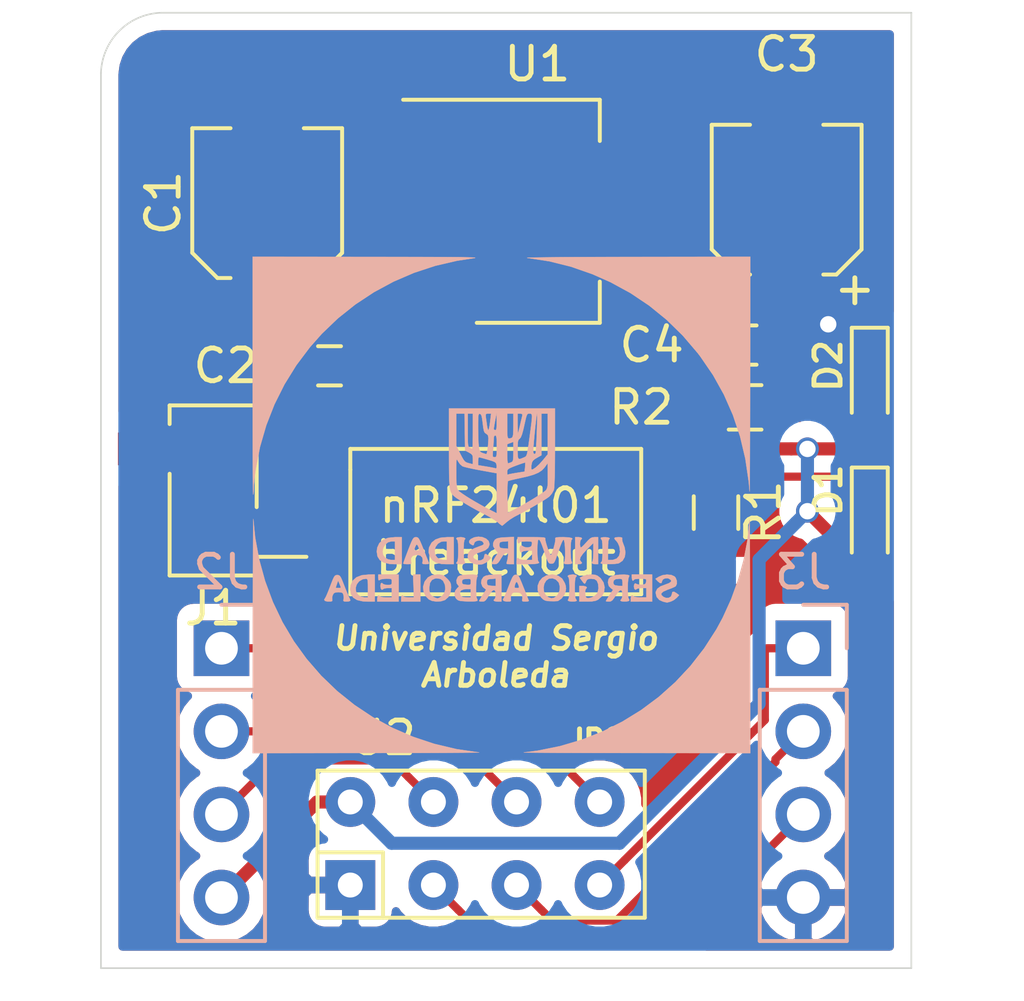
<source format=kicad_pcb>
(kicad_pcb (version 20171130) (host pcbnew "(5.1.2)-2")

  (general
    (thickness 1.6)
    (drawings 26)
    (tracks 75)
    (zones 0)
    (modules 14)
    (nets 12)
  )

  (page USLetter)
  (title_block
    (title "nRF24l01 breackout PCB")
    (date 2023-04-24)
    (rev V0.1)
    (company "Universidad Sergio Arboleda")
    (comment 1 "Autor: Marco")
  )

  (layers
    (0 F.Cu signal)
    (31 B.Cu signal)
    (32 B.Adhes user)
    (33 F.Adhes user)
    (34 B.Paste user)
    (35 F.Paste user)
    (36 B.SilkS user)
    (37 F.SilkS user)
    (38 B.Mask user)
    (39 F.Mask user)
    (40 Dwgs.User user hide)
    (41 Cmts.User user hide)
    (42 Eco1.User user)
    (43 Eco2.User user)
    (44 Edge.Cuts user)
    (45 Margin user)
    (46 B.CrtYd user)
    (47 F.CrtYd user hide)
    (48 B.Fab user)
    (49 F.Fab user hide)
  )

  (setup
    (last_trace_width 0.25)
    (trace_clearance 0.2)
    (zone_clearance 0.508)
    (zone_45_only no)
    (trace_min 0.2)
    (via_size 0.6)
    (via_drill 0.4)
    (via_min_size 0.4)
    (via_min_drill 0.3)
    (uvia_size 0.3)
    (uvia_drill 0.1)
    (uvias_allowed no)
    (uvia_min_size 0.2)
    (uvia_min_drill 0.1)
    (edge_width 0.05)
    (segment_width 0.2)
    (pcb_text_width 0.3)
    (pcb_text_size 1.5 1.5)
    (mod_edge_width 0.12)
    (mod_text_size 1 1)
    (mod_text_width 0.15)
    (pad_size 1.524 1.524)
    (pad_drill 0.762)
    (pad_to_mask_clearance 0.051)
    (solder_mask_min_width 0.25)
    (aux_axis_origin 0 0)
    (visible_elements 7FFFFFFF)
    (pcbplotparams
      (layerselection 0x010fc_ffffffff)
      (usegerberextensions false)
      (usegerberattributes false)
      (usegerberadvancedattributes false)
      (creategerberjobfile false)
      (excludeedgelayer true)
      (linewidth 0.100000)
      (plotframeref false)
      (viasonmask false)
      (mode 1)
      (useauxorigin false)
      (hpglpennumber 1)
      (hpglpenspeed 20)
      (hpglpendiameter 15.000000)
      (psnegative false)
      (psa4output false)
      (plotreference true)
      (plotvalue true)
      (plotinvisibletext false)
      (padsonsilk false)
      (subtractmaskfromsilk false)
      (outputformat 1)
      (mirror false)
      (drillshape 0)
      (scaleselection 1)
      (outputdirectory "gerbers/"))
  )

  (net 0 "")
  (net 1 VCC)
  (net 2 GND)
  (net 3 3.3V)
  (net 4 "Net-(D1-Pad1)")
  (net 5 "Net-(D2-Pad1)")
  (net 6 /~CSN)
  (net 7 /MOSI)
  (net 8 /IRQ)
  (net 9 /MISO)
  (net 10 /SCK)
  (net 11 /CE)

  (net_class Default "This is the default net class."
    (clearance 0.2)
    (trace_width 0.25)
    (via_dia 0.6)
    (via_drill 0.4)
    (uvia_dia 0.3)
    (uvia_drill 0.1)
    (add_net /CE)
    (add_net /IRQ)
    (add_net /MISO)
    (add_net /MOSI)
    (add_net /SCK)
    (add_net /~CSN)
    (add_net "Net-(D1-Pad1)")
    (add_net "Net-(D2-Pad1)")
  )

  (net_class Power ""
    (clearance 0.3)
    (trace_width 0.4)
    (via_dia 0.7)
    (via_drill 0.5)
    (uvia_dia 0.3)
    (uvia_drill 0.1)
    (add_net 3.3V)
    (add_net GND)
    (add_net VCC)
  )

  (module iotlibrary:nrf24l01_breackout (layer F.Cu) (tedit 64473AB2) (tstamp 644741FD)
    (at 123.825 104.775)
    (path /64407BEF)
    (fp_text reference U2 (at 1 -4.5) (layer F.SilkS)
      (effects (font (size 1 1) (thickness 0.15)))
    )
    (fp_text value nRF24L01_breakout (at 0 2.54) (layer F.Fab)
      (effects (font (size 1 1) (thickness 0.15)))
    )
    (fp_line (start 1 -1) (end 1 1) (layer F.SilkS) (width 0.12))
    (fp_line (start -1 -1) (end 1 -1) (layer F.SilkS) (width 0.12))
    (fp_line (start 9 1) (end -1 1) (layer F.SilkS) (width 0.12))
    (fp_line (start 9 -3.5) (end 9 1) (layer F.SilkS) (width 0.12))
    (fp_line (start -1 -3.5) (end 9 -3.5) (layer F.SilkS) (width 0.12))
    (fp_line (start -1 1) (end -1 -3.5) (layer F.SilkS) (width 0.12))
    (fp_line (start -1.5 1.5) (end -1.5 -27) (layer Dwgs.User) (width 0.12))
    (fp_line (start 14 -27) (end -1.5 -27) (layer Dwgs.User) (width 0.12))
    (fp_line (start 14 1.5) (end 14 -27) (layer Dwgs.User) (width 0.12))
    (fp_line (start -1.5 1.5) (end 14 1.5) (layer Dwgs.User) (width 0.12))
    (fp_line (start -1.5 1.5) (end 0 1.5) (layer Dwgs.User) (width 0.12))
    (fp_line (start -1.5 0) (end -1.5 1.5) (layer Dwgs.User) (width 0.12))
    (fp_line (start 0 0) (end 0 1.5) (layer Dwgs.User) (width 0.12))
    (fp_line (start 0 0) (end -1.5 0) (layer Dwgs.User) (width 0.12))
    (pad 8 thru_hole circle (at 7.62 -2.54) (size 1.524 1.524) (drill 0.762) (layers *.Cu *.Mask)
      (net 8 /IRQ))
    (pad 7 thru_hole circle (at 7.62 0) (size 1.524 1.524) (drill 0.762) (layers *.Cu *.Mask)
      (net 9 /MISO))
    (pad 6 thru_hole circle (at 5.08 -2.54) (size 1.524 1.524) (drill 0.762) (layers *.Cu *.Mask)
      (net 7 /MOSI))
    (pad 5 thru_hole circle (at 5.08 0) (size 1.524 1.524) (drill 0.762) (layers *.Cu *.Mask)
      (net 10 /SCK))
    (pad 4 thru_hole circle (at 2.54 -2.54) (size 1.524 1.524) (drill 0.762) (layers *.Cu *.Mask)
      (net 6 /~CSN))
    (pad 3 thru_hole circle (at 2.54 0) (size 1.524 1.524) (drill 0.762) (layers *.Cu *.Mask)
      (net 11 /CE))
    (pad 2 thru_hole circle (at 0 -2.54) (size 1.524 1.524) (drill 0.762) (layers *.Cu *.Mask)
      (net 3 3.3V))
    (pad 1 thru_hole rect (at 0 0) (size 1.524 1.524) (drill 0.762) (layers *.Cu *.Mask)
      (net 2 GND))
    (model C:/Users/marco/Dropbox/academic/teaching/public/iothd_public/kicad_project/nrf24l01breakout/nRF24L01+_enhanced.stp
      (offset (xyz 5.5 13 6))
      (scale (xyz 1 1 1))
      (rotate (xyz -90 0 -90))
    )
  )

  (module iotlibrary:logousa2 (layer B.Cu) (tedit 0) (tstamp 64473862)
    (at 128.4605 93.1545 180)
    (fp_text reference G*** (at 0 0) (layer B.SilkS) hide
      (effects (font (size 1.524 1.524) (thickness 0.3)) (justify mirror))
    )
    (fp_text value LOGO (at 0.75 0) (layer B.SilkS) hide
      (effects (font (size 1.524 1.524) (thickness 0.3)) (justify mirror))
    )
    (fp_poly (pts (xy -7.565786 -0.460375) (xy -7.504595 -1.059324) (xy -7.388172 -1.669747) (xy -7.220211 -2.279459)
      (xy -7.004408 -2.876275) (xy -6.744457 -3.448008) (xy -6.552325 -3.802549) (xy -6.179989 -4.382111)
      (xy -5.760672 -4.92069) (xy -5.297536 -5.416264) (xy -4.793744 -5.866809) (xy -4.252459 -6.270304)
      (xy -3.676841 -6.624726) (xy -3.070055 -6.928052) (xy -2.43526 -7.178261) (xy -1.775621 -7.37333)
      (xy -1.094299 -7.511236) (xy -0.66675 -7.566697) (xy -0.682912 -7.568248) (xy -0.758704 -7.569827)
      (xy -0.890254 -7.571413) (xy -1.073691 -7.572989) (xy -1.305147 -7.574537) (xy -1.580749 -7.576036)
      (xy -1.896627 -7.577468) (xy -2.24891 -7.578816) (xy -2.633728 -7.580059) (xy -3.04721 -7.581179)
      (xy -3.485485 -7.582158) (xy -3.944684 -7.582977) (xy -4.071938 -7.583168) (xy -7.58825 -7.58825)
      (xy -7.582247 -3.929062) (xy -7.581382 -3.457022) (xy -7.580378 -3.005888) (xy -7.579253 -2.579351)
      (xy -7.578023 -2.181099) (xy -7.576707 -1.814822) (xy -7.575322 -1.484208) (xy -7.573886 -1.192947)
      (xy -7.572416 -0.944728) (xy -7.570929 -0.74324) (xy -7.569443 -0.592172) (xy -7.567976 -0.495214)
      (xy -7.566545 -0.456054) (xy -7.565786 -0.460375)) (layer B.SilkS) (width 0.01))
    (fp_poly (pts (xy 7.600123 -0.438853) (xy 7.601478 -0.508848) (xy 7.602861 -0.634876) (xy 7.604256 -0.813203)
      (xy 7.605646 -1.040095) (xy 7.607014 -1.31182) (xy 7.608345 -1.624642) (xy 7.609621 -1.97483)
      (xy 7.610827 -2.358648) (xy 7.611945 -2.772364) (xy 7.61296 -3.212244) (xy 7.613854 -3.674554)
      (xy 7.614277 -3.929062) (xy 7.62 -7.58825) (xy 4.103687 -7.583168) (xy 3.639496 -7.582396)
      (xy 3.195182 -7.581459) (xy 2.774614 -7.580375) (xy 2.381663 -7.579163) (xy 2.020201 -7.577842)
      (xy 1.694098 -7.576431) (xy 1.407223 -7.574947) (xy 1.163449 -7.573411) (xy 0.966646 -7.571841)
      (xy 0.820684 -7.570256) (xy 0.729435 -7.568673) (xy 0.696768 -7.567112) (xy 0.6985 -7.566697)
      (xy 1.392733 -7.464749) (xy 2.067347 -7.304294) (xy 2.719153 -7.087248) (xy 3.344963 -6.815526)
      (xy 3.941587 -6.491042) (xy 4.505838 -6.115711) (xy 5.034527 -5.691448) (xy 5.524465 -5.220168)
      (xy 5.972463 -4.703786) (xy 6.361056 -4.165993) (xy 6.707063 -3.583131) (xy 7.000275 -2.968197)
      (xy 7.238694 -2.327221) (xy 7.420324 -1.666235) (xy 7.543167 -0.991268) (xy 7.598813 -0.428625)
      (xy 7.600123 -0.438853)) (layer B.SilkS) (width 0.01))
    (fp_poly (pts (xy -4.905279 -2.1477) (xy -4.798387 -2.192713) (xy -4.691398 -2.257939) (xy -4.763314 -2.334491)
      (xy -4.828959 -2.386641) (xy -4.87337 -2.385798) (xy -4.8895 -2.332868) (xy -4.916704 -2.276538)
      (xy -4.982777 -2.242246) (xy -5.064407 -2.239141) (xy -5.099892 -2.250302) (xy -5.165476 -2.295778)
      (xy -5.168621 -2.342526) (xy -5.110314 -2.388803) (xy -4.997449 -2.431164) (xy -4.842564 -2.490294)
      (xy -4.745808 -2.562567) (xy -4.702455 -2.65211) (xy -4.699 -2.691685) (xy -4.727594 -2.812783)
      (xy -4.809489 -2.9037) (xy -4.914249 -2.951339) (xy -4.993903 -2.97179) (xy -5.043427 -2.981403)
      (xy -5.04825 -2.981459) (xy -5.086886 -2.971573) (xy -5.158323 -2.951395) (xy -5.161125 -2.950582)
      (xy -5.252278 -2.90655) (xy -5.335293 -2.840249) (xy -5.335341 -2.840198) (xy -5.412557 -2.758005)
      (xy -5.333591 -2.697379) (xy -5.255414 -2.651588) (xy -5.208923 -2.660022) (xy -5.191957 -2.723181)
      (xy -5.191814 -2.730131) (xy -5.16488 -2.799608) (xy -5.098341 -2.838884) (xy -5.011292 -2.841974)
      (xy -4.934166 -2.810855) (xy -4.872959 -2.753957) (xy -4.870909 -2.700213) (xy -4.929356 -2.64747)
      (xy -5.049642 -2.593576) (xy -5.075033 -2.584592) (xy -5.183065 -2.54419) (xy -5.268352 -2.506457)
      (xy -5.310338 -2.481112) (xy -5.343021 -2.409127) (xy -5.340535 -2.314612) (xy -5.306459 -2.225343)
      (xy -5.272275 -2.185802) (xy -5.172099 -2.140015) (xy -5.041828 -2.12743) (xy -4.905279 -2.1477)) (layer B.SilkS) (width 0.01))
    (fp_poly (pts (xy -4.278313 -2.127233) (xy -3.96875 -2.12725) (xy -3.96875 -2.2225) (xy -3.977947 -2.289378)
      (xy -4.000105 -2.317742) (xy -4.0005 -2.31775) (xy -4.031328 -2.293589) (xy -4.03225 -2.286)
      (xy -4.061204 -2.269131) (xy -4.136993 -2.25768) (xy -4.224859 -2.25425) (xy -4.330887 -2.255466)
      (xy -4.387515 -2.263611) (xy -4.408844 -2.285428) (xy -4.408976 -2.327661) (xy -4.407422 -2.341562)
      (xy -4.392172 -2.400061) (xy -4.351281 -2.427877) (xy -4.276097 -2.438861) (xy -4.186637 -2.437146)
      (xy -4.121628 -2.420114) (xy -4.114426 -2.415324) (xy -4.066019 -2.397691) (xy -4.037963 -2.437917)
      (xy -4.03225 -2.495792) (xy -4.045492 -2.561628) (xy -4.075992 -2.592303) (xy -4.109916 -2.574435)
      (xy -4.111305 -2.572267) (xy -4.15264 -2.552658) (xy -4.233284 -2.541211) (xy -4.272249 -2.54)
      (xy -4.41325 -2.54) (xy -4.41325 -2.82575) (xy -4.224624 -2.82575) (xy -4.120633 -2.820789)
      (xy -4.044238 -2.807932) (xy -4.016375 -2.794) (xy -3.97859 -2.761862) (xy -3.948963 -2.785606)
      (xy -3.937 -2.8575) (xy -3.937 -2.95275) (xy -4.262438 -2.952721) (xy -4.587875 -2.952692)
      (xy -4.587875 -2.127217) (xy -4.278313 -2.127233)) (layer B.SilkS) (width 0.01))
    (fp_poly (pts (xy -3.58966 -2.132534) (xy -3.427452 -2.152485) (xy -3.319529 -2.193799) (xy -3.258905 -2.261159)
      (xy -3.238594 -2.359251) (xy -3.2385 -2.367991) (xy -3.262813 -2.472851) (xy -3.316207 -2.533015)
      (xy -3.393914 -2.594139) (xy -3.284457 -2.76034) (xy -3.227503 -2.848748) (xy -3.187917 -2.913876)
      (xy -3.175 -2.939646) (xy -3.202609 -2.948922) (xy -3.268471 -2.95275) (xy -3.325735 -2.944547)
      (xy -3.373929 -2.911578) (xy -3.427268 -2.841299) (xy -3.466388 -2.778125) (xy -3.54424 -2.665138)
      (xy -3.60742 -2.608342) (xy -3.653137 -2.608375) (xy -3.678603 -2.665875) (xy -3.683 -2.728626)
      (xy -3.67562 -2.813167) (xy -3.657289 -2.867357) (xy -3.65125 -2.873375) (xy -3.620712 -2.913966)
      (xy -3.6195 -2.922873) (xy -3.646753 -2.941984) (xy -3.712065 -2.951194) (xy -3.790769 -2.950476)
      (xy -3.858194 -2.939799) (xy -3.88802 -2.923193) (xy -3.884038 -2.882416) (xy -3.874018 -2.873695)
      (xy -3.858024 -2.833292) (xy -3.847473 -2.746536) (xy -3.842246 -2.63033) (xy -3.842223 -2.501576)
      (xy -3.847284 -2.377177) (xy -3.848253 -2.3672) (xy -3.683 -2.3672) (xy -3.683 -2.480151)
      (xy -3.548063 -2.470388) (xy -3.460591 -2.458625) (xy -3.418082 -2.432911) (xy -3.40241 -2.38484)
      (xy -3.41218 -2.310303) (xy -3.470668 -2.268105) (xy -3.579813 -2.254736) (xy -3.64864 -2.259712)
      (xy -3.677169 -2.288316) (xy -3.682989 -2.359719) (xy -3.683 -2.3672) (xy -3.848253 -2.3672)
      (xy -3.857309 -2.274035) (xy -3.872178 -2.209054) (xy -3.87881 -2.19814) (xy -3.89274 -2.160497)
      (xy -3.844874 -2.137265) (xy -3.735261 -2.128455) (xy -3.58966 -2.132534)) (layer B.SilkS) (width 0.01))
    (fp_poly (pts (xy -2.613467 -2.137179) (xy -2.507671 -2.162249) (xy -2.473768 -2.176288) (xy -2.378939 -2.225326)
      (xy -2.445757 -2.319163) (xy -2.498669 -2.388455) (xy -2.530563 -2.406278) (xy -2.555302 -2.374222)
      (xy -2.57175 -2.333625) (xy -2.603162 -2.280589) (xy -2.657603 -2.258044) (xy -2.727914 -2.25425)
      (xy -2.828069 -2.266442) (xy -2.891227 -2.309136) (xy -2.903325 -2.324814) (xy -2.942559 -2.426049)
      (xy -2.949675 -2.551378) (xy -2.924736 -2.670153) (xy -2.902525 -2.714138) (xy -2.837022 -2.77626)
      (xy -2.743248 -2.825339) (xy -2.647543 -2.850432) (xy -2.586316 -2.845515) (xy -2.557344 -2.805254)
      (xy -2.541772 -2.729238) (xy -2.540886 -2.644044) (xy -2.555975 -2.576253) (xy -2.572268 -2.555554)
      (xy -2.594322 -2.52267) (xy -2.564591 -2.493802) (xy -2.49462 -2.477597) (xy -2.466689 -2.476496)
      (xy -2.365375 -2.476493) (xy -2.365375 -2.952667) (xy -2.6035 -2.95259) (xy -2.755257 -2.946728)
      (xy -2.862458 -2.927121) (xy -2.939417 -2.892879) (xy -3.052647 -2.790276) (xy -3.118564 -2.658966)
      (xy -3.135709 -2.514167) (xy -3.102628 -2.371097) (xy -3.017865 -2.244972) (xy -3.002801 -2.230456)
      (xy -2.920822 -2.165256) (xy -2.842515 -2.134943) (xy -2.735406 -2.12726) (xy -2.72939 -2.12725)
      (xy -2.613467 -2.137179)) (layer B.SilkS) (width 0.01))
    (fp_poly (pts (xy -2.069791 -2.136304) (xy -2.017113 -2.159361) (xy -2.012924 -2.190258) (xy -2.031483 -2.206304)
      (xy -2.045742 -2.245416) (xy -2.056611 -2.334692) (xy -2.062804 -2.460832) (xy -2.06375 -2.54)
      (xy -2.060634 -2.680578) (xy -2.052144 -2.79151) (xy -2.039564 -2.859496) (xy -2.031483 -2.873695)
      (xy -2.013167 -2.911745) (xy -2.017481 -2.923193) (xy -2.056516 -2.942225) (xy -2.127469 -2.951273)
      (xy -2.20567 -2.950368) (xy -2.266452 -2.939538) (xy -2.286 -2.922873) (xy -2.262921 -2.879873)
      (xy -2.25425 -2.873375) (xy -2.240544 -2.834855) (xy -2.229879 -2.746981) (xy -2.223602 -2.623873)
      (xy -2.2225 -2.54) (xy -2.225541 -2.40267) (xy -2.233767 -2.292199) (xy -2.245832 -2.22271)
      (xy -2.25425 -2.206625) (xy -2.287018 -2.169953) (xy -2.26271 -2.141924) (xy -2.187668 -2.127925)
      (xy -2.160874 -2.12725) (xy -2.069791 -2.136304)) (layer B.SilkS) (width 0.01))
    (fp_poly (pts (xy -1.361378 -2.154098) (xy -1.233689 -2.22691) (xy -1.142861 -2.334316) (xy -1.09406 -2.464829)
      (xy -1.092453 -2.60696) (xy -1.143209 -2.749222) (xy -1.203483 -2.832724) (xy -1.2636 -2.890939)
      (xy -1.326739 -2.922708) (xy -1.417101 -2.937576) (xy -1.479593 -2.941633) (xy -1.589263 -2.943702)
      (xy -1.677238 -2.939145) (xy -1.7145 -2.932022) (xy -1.820762 -2.859218) (xy -1.904806 -2.744632)
      (xy -1.939609 -2.656385) (xy -1.95683 -2.556549) (xy -1.949161 -2.498369) (xy -1.769427 -2.498369)
      (xy -1.75715 -2.627438) (xy -1.706527 -2.741707) (xy -1.667068 -2.786012) (xy -1.583032 -2.843575)
      (xy -1.505537 -2.852426) (xy -1.417871 -2.822248) (xy -1.332041 -2.751904) (xy -1.282834 -2.647739)
      (xy -1.269856 -2.527526) (xy -1.292712 -2.409041) (xy -1.351008 -2.310055) (xy -1.430497 -2.253526)
      (xy -1.540391 -2.239351) (xy -1.646294 -2.279131) (xy -1.729402 -2.365071) (xy -1.738628 -2.38125)
      (xy -1.769427 -2.498369) (xy -1.949161 -2.498369) (xy -1.944543 -2.463337) (xy -1.919724 -2.389692)
      (xy -1.838863 -2.252076) (xy -1.720314 -2.165312) (xy -1.563082 -2.128747) (xy -1.520758 -2.127368)
      (xy -1.361378 -2.154098)) (layer B.SilkS) (width 0.01))
    (fp_poly (pts (xy -0.418638 -2.133403) (xy -0.380381 -2.14356) (xy -0.347221 -2.170831) (xy -0.312876 -2.225557)
      (xy -0.271068 -2.318077) (xy -0.215517 -2.458731) (xy -0.206074 -2.483405) (xy -0.152607 -2.62046)
      (xy -0.105706 -2.735213) (xy -0.070752 -2.814841) (xy -0.053949 -2.845885) (xy -0.026924 -2.897886)
      (xy -0.057216 -2.935177) (xy -0.139311 -2.952246) (xy -0.16089 -2.95275) (xy -0.242222 -2.948853)
      (xy -0.274424 -2.932091) (xy -0.27165 -2.894855) (xy -0.271206 -2.893443) (xy -0.267972 -2.819906)
      (xy -0.284156 -2.750568) (xy -0.315445 -2.695155) (xy -0.367417 -2.671391) (xy -0.442598 -2.667)
      (xy -0.55284 -2.688431) (xy -0.615697 -2.749619) (xy -0.627192 -2.845902) (xy -0.62122 -2.876332)
      (xy -0.614675 -2.926945) (xy -0.640145 -2.94829) (xy -0.713054 -2.952747) (xy -0.716416 -2.95275)
      (xy -0.78802 -2.946973) (xy -0.820379 -2.932684) (xy -0.820209 -2.928691) (xy -0.805183 -2.891656)
      (xy -0.771554 -2.807334) (xy -0.724007 -2.687512) (xy -0.667228 -2.543978) (xy -0.65545 -2.514157)
      (xy -0.653922 -2.510332) (xy -0.521735 -2.510332) (xy -0.507362 -2.535852) (xy -0.458724 -2.54)
      (xy -0.39999 -2.531686) (xy -0.381434 -2.516187) (xy -0.392336 -2.449794) (xy -0.415819 -2.385241)
      (xy -0.441221 -2.350448) (xy -0.445098 -2.3495) (xy -0.471642 -2.37614) (xy -0.501797 -2.440666)
      (xy -0.503243 -2.44475) (xy -0.521735 -2.510332) (xy -0.653922 -2.510332) (xy -0.592153 -2.355723)
      (xy -0.545807 -2.247482) (xy -0.51073 -2.180294) (xy -0.481239 -2.145024) (xy -0.451651 -2.132534)
      (xy -0.418638 -2.133403)) (layer B.SilkS) (width 0.01))
    (fp_poly (pts (xy 0.258701 -2.132274) (xy 0.401972 -2.143405) (xy 0.497066 -2.163461) (xy 0.559073 -2.195925)
      (xy 0.568264 -2.203696) (xy 0.624512 -2.291669) (xy 0.634159 -2.395328) (xy 0.597839 -2.490827)
      (xy 0.559612 -2.5304) (xy 0.484224 -2.587265) (xy 0.591362 -2.754749) (xy 0.647185 -2.844266)
      (xy 0.685941 -2.910712) (xy 0.6985 -2.937491) (xy 0.670862 -2.948225) (xy 0.604318 -2.952749)
      (xy 0.603521 -2.95275) (xy 0.546081 -2.945191) (xy 0.499609 -2.913931) (xy 0.449834 -2.84609)
      (xy 0.40999 -2.778125) (xy 0.335349 -2.664937) (xy 0.272322 -2.606468) (xy 0.224785 -2.603593)
      (xy 0.196617 -2.657186) (xy 0.1905 -2.728626) (xy 0.19788 -2.813167) (xy 0.216211 -2.867357)
      (xy 0.22225 -2.873375) (xy 0.254908 -2.91022) (xy 0.230737 -2.938527) (xy 0.156359 -2.952275)
      (xy 0.134937 -2.95275) (xy 0.015875 -2.95275) (xy 0.015875 -2.480151) (xy 0.1905 -2.480151)
      (xy 0.325437 -2.470388) (xy 0.410239 -2.460595) (xy 0.449208 -2.438497) (xy 0.459992 -2.39036)
      (xy 0.460375 -2.365375) (xy 0.455193 -2.305139) (xy 0.427883 -2.275656) (xy 0.360794 -2.26319)
      (xy 0.325437 -2.260361) (xy 0.1905 -2.250598) (xy 0.1905 -2.480151) (xy 0.015875 -2.480151)
      (xy 0.015875 -2.121247) (xy 0.258701 -2.132274)) (layer B.SilkS) (width 0.01))
    (fp_poly (pts (xy 1.048566 -2.131613) (xy 1.066919 -2.1325) (xy 1.199594 -2.142542) (xy 1.283619 -2.158835)
      (xy 1.333796 -2.185165) (xy 1.3525 -2.20553) (xy 1.392253 -2.298987) (xy 1.385415 -2.390681)
      (xy 1.346904 -2.4468) (xy 1.315921 -2.481913) (xy 1.332811 -2.514187) (xy 1.362153 -2.538)
      (xy 1.42992 -2.625003) (xy 1.44951 -2.732368) (xy 1.417982 -2.836667) (xy 1.402443 -2.858686)
      (xy 1.365989 -2.896614) (xy 1.321051 -2.920846) (xy 1.252363 -2.935292) (xy 1.144659 -2.94386)
      (xy 1.054315 -2.947831) (xy 0.909766 -2.949734) (xy 0.805926 -2.943499) (xy 0.752981 -2.929848)
      (xy 0.749347 -2.926213) (xy 0.751397 -2.882838) (xy 0.761482 -2.873695) (xy 0.777476 -2.833292)
      (xy 0.788027 -2.746536) (xy 0.793254 -2.63033) (xy 0.793264 -2.57175) (xy 0.9525 -2.57175)
      (xy 0.9525 -2.82575) (xy 1.094257 -2.82575) (xy 1.193389 -2.81804) (xy 1.249544 -2.790299)
      (xy 1.27 -2.76225) (xy 1.290653 -2.677072) (xy 1.254999 -2.61381) (xy 1.168054 -2.577903)
      (xy 1.094257 -2.57175) (xy 0.9525 -2.57175) (xy 0.793264 -2.57175) (xy 0.793277 -2.501576)
      (xy 0.788216 -2.377177) (xy 0.785526 -2.3495) (xy 0.9525 -2.3495) (xy 0.956173 -2.411163)
      (xy 0.978971 -2.438032) (xy 1.038557 -2.441775) (xy 1.087437 -2.438638) (xy 1.172806 -2.428147)
      (xy 1.211979 -2.405585) (xy 1.222256 -2.359525) (xy 1.222375 -2.3495) (xy 1.21504 -2.298752)
      (xy 1.181504 -2.273283) (xy 1.104466 -2.261663) (xy 1.087437 -2.260361) (xy 1.002943 -2.256941)
      (xy 0.964033 -2.270835) (xy 0.953044 -2.313713) (xy 0.9525 -2.3495) (xy 0.785526 -2.3495)
      (xy 0.778191 -2.274035) (xy 0.763322 -2.209054) (xy 0.75669 -2.19814) (xy 0.741877 -2.16187)
      (xy 0.784548 -2.138912) (xy 0.886259 -2.128936) (xy 1.048566 -2.131613)) (layer B.SilkS) (width 0.01))
    (fp_poly (pts (xy 2.139513 -2.14819) (xy 2.262882 -2.214636) (xy 2.355943 -2.332022) (xy 2.366009 -2.350726)
      (xy 2.409467 -2.499012) (xy 2.395271 -2.650436) (xy 2.32688 -2.790885) (xy 2.234727 -2.886446)
      (xy 2.134889 -2.93245) (xy 2.002821 -2.951673) (xy 1.864262 -2.943253) (xy 1.744951 -2.906328)
      (xy 1.738711 -2.903048) (xy 1.637195 -2.812996) (xy 1.574974 -2.678283) (xy 1.562034 -2.573061)
      (xy 1.730239 -2.573061) (xy 1.763553 -2.694516) (xy 1.834548 -2.791168) (xy 1.934534 -2.847719)
      (xy 1.978014 -2.855487) (xy 2.021584 -2.843551) (xy 2.091455 -2.811963) (xy 2.093229 -2.811049)
      (xy 2.164737 -2.762805) (xy 2.204421 -2.699083) (xy 2.220602 -2.601472) (xy 2.2225 -2.525045)
      (xy 2.201434 -2.384605) (xy 2.139659 -2.290495) (xy 2.039311 -2.245332) (xy 1.991432 -2.24155)
      (xy 1.87708 -2.259414) (xy 1.799464 -2.319498) (xy 1.746542 -2.431532) (xy 1.743291 -2.442105)
      (xy 1.730239 -2.573061) (xy 1.562034 -2.573061) (xy 1.55575 -2.521966) (xy 1.561895 -2.426892)
      (xy 1.588564 -2.356012) (xy 1.648106 -2.282131) (xy 1.679014 -2.250514) (xy 1.757812 -2.177874)
      (xy 1.824323 -2.141224) (xy 1.907731 -2.128468) (xy 1.976357 -2.12725) (xy 2.139513 -2.14819)) (layer B.SilkS) (width 0.01))
    (fp_poly (pts (xy 2.691725 -2.82575) (xy 2.853987 -2.82575) (xy 2.94569 -2.820155) (xy 3.004518 -2.805821)
      (xy 3.01625 -2.794) (xy 3.04041 -2.763172) (xy 3.048 -2.76225) (xy 3.070292 -2.789839)
      (xy 3.079747 -2.856314) (xy 3.07975 -2.8575) (xy 3.07975 -2.95275) (xy 2.492375 -2.95275)
      (xy 2.492375 -2.12725) (xy 2.715633 -2.12725) (xy 2.691725 -2.82575)) (layer B.SilkS) (width 0.01))
    (fp_poly (pts (xy 3.77825 -2.22885) (xy 3.773317 -2.294064) (xy 3.755219 -2.304567) (xy 3.74015 -2.29235)
      (xy 3.688414 -2.270681) (xy 3.597683 -2.25688) (xy 3.533775 -2.25425) (xy 3.436256 -2.256023)
      (xy 3.386317 -2.26735) (xy 3.368038 -2.297242) (xy 3.3655 -2.3495) (xy 3.370635 -2.410895)
      (xy 3.398255 -2.437958) (xy 3.466677 -2.444632) (xy 3.490626 -2.44475) (xy 3.575167 -2.437369)
      (xy 3.629357 -2.419038) (xy 3.635375 -2.413) (xy 3.673257 -2.380909) (xy 3.703005 -2.404629)
      (xy 3.71475 -2.474626) (xy 3.703583 -2.550907) (xy 3.676587 -2.591001) (xy 3.643521 -2.582855)
      (xy 3.635695 -2.572267) (xy 3.593844 -2.551637) (xy 3.51474 -2.540587) (xy 3.490626 -2.54)
      (xy 3.3655 -2.54) (xy 3.3655 -2.82575) (xy 3.538251 -2.82575) (xy 3.637684 -2.820348)
      (xy 3.708987 -2.806459) (xy 3.730625 -2.794) (xy 3.76841 -2.761862) (xy 3.798037 -2.785606)
      (xy 3.81 -2.8575) (xy 3.81 -2.95275) (xy 3.159125 -2.95275) (xy 3.159125 -2.12725)
      (xy 3.77825 -2.12725) (xy 3.77825 -2.22885)) (layer B.SilkS) (width 0.01))
    (fp_poly (pts (xy 4.079875 -2.127947) (xy 4.287384 -2.149398) (xy 4.447688 -2.211423) (xy 4.559606 -2.313065)
      (xy 4.621959 -2.453366) (xy 4.6355 -2.578983) (xy 4.613091 -2.724713) (xy 4.544252 -2.83312)
      (xy 4.426558 -2.905912) (xy 4.257588 -2.944793) (xy 4.104707 -2.95275) (xy 3.889375 -2.95275)
      (xy 3.889375 -2.54) (xy 4.09575 -2.54) (xy 4.09575 -2.82575) (xy 4.208318 -2.82575)
      (xy 4.329827 -2.798885) (xy 4.398818 -2.747818) (xy 4.461234 -2.647098) (xy 4.47217 -2.535118)
      (xy 4.438389 -2.425906) (xy 4.366656 -2.333492) (xy 4.263736 -2.271906) (xy 4.160826 -2.25425)
      (xy 4.129933 -2.258683) (xy 4.110739 -2.28006) (xy 4.100485 -2.330499) (xy 4.096413 -2.422115)
      (xy 4.09575 -2.54) (xy 3.889375 -2.54) (xy 3.889375 -2.12725) (xy 4.079875 -2.127947)) (layer B.SilkS) (width 0.01))
    (fp_poly (pts (xy 5.072932 -2.146855) (xy 5.104978 -2.164899) (xy 5.135807 -2.207537) (xy 5.171979 -2.285049)
      (xy 5.220055 -2.407717) (xy 5.24587 -2.4765) (xy 5.298529 -2.613384) (xy 5.34582 -2.728785)
      (xy 5.382047 -2.80925) (xy 5.399796 -2.840037) (xy 5.432086 -2.896491) (xy 5.405659 -2.935067)
      (xy 5.323663 -2.952207) (xy 5.30011 -2.95275) (xy 5.21881 -2.948896) (xy 5.186612 -2.932197)
      (xy 5.189328 -2.89494) (xy 5.189967 -2.892898) (xy 5.191438 -2.820397) (xy 5.171135 -2.750023)
      (xy 5.136221 -2.695903) (xy 5.082487 -2.671971) (xy 4.99897 -2.667) (xy 4.911793 -2.671986)
      (xy 4.867362 -2.69416) (xy 4.845246 -2.744346) (xy 4.844034 -2.749075) (xy 4.835209 -2.835343)
      (xy 4.842731 -2.89195) (xy 4.84665 -2.932562) (xy 4.813609 -2.949693) (xy 4.748764 -2.95275)
      (xy 4.67447 -2.944809) (xy 4.636697 -2.925238) (xy 4.6355 -2.920569) (xy 4.650403 -2.868392)
      (xy 4.668118 -2.833256) (xy 4.692698 -2.781635) (xy 4.73334 -2.685733) (xy 4.783754 -2.560703)
      (xy 4.796123 -2.528979) (xy 4.928196 -2.528979) (xy 4.956856 -2.539487) (xy 5.000625 -2.54)
      (xy 5.060368 -2.536175) (xy 5.08 -2.528862) (xy 5.070616 -2.494482) (xy 5.047642 -2.424966)
      (xy 5.043812 -2.413919) (xy 5.007625 -2.310112) (xy 4.964437 -2.412826) (xy 4.932278 -2.492221)
      (xy 4.928196 -2.528979) (xy 4.796123 -2.528979) (xy 4.822775 -2.460625) (xy 4.878045 -2.319717)
      (xy 4.918561 -2.228011) (xy 4.951265 -2.175028) (xy 4.983098 -2.15029) (xy 5.021002 -2.14332)
      (xy 5.033106 -2.143125) (xy 5.072932 -2.146855)) (layer B.SilkS) (width 0.01))
    (fp_poly (pts (xy 0.846994 -0.990442) (xy 0.854205 -0.992956) (xy 0.956338 -1.044406) (xy 1.0045 -1.102518)
      (xy 0.995122 -1.161136) (xy 0.967673 -1.188761) (xy 0.898364 -1.231409) (xy 0.863847 -1.225428)
      (xy 0.85725 -1.191742) (xy 0.830634 -1.132387) (xy 0.765721 -1.095494) (xy 0.684913 -1.084872)
      (xy 0.610612 -1.104332) (xy 0.571426 -1.143138) (xy 0.555547 -1.194915) (xy 0.589523 -1.225993)
      (xy 0.609996 -1.234465) (xy 0.681867 -1.261867) (xy 0.783596 -1.300656) (xy 0.840918 -1.322514)
      (xy 0.96657 -1.390096) (xy 1.03335 -1.476901) (xy 1.044183 -1.587543) (xy 1.035931 -1.630264)
      (xy 0.982743 -1.721641) (xy 0.885174 -1.786968) (xy 0.759171 -1.820011) (xy 0.620683 -1.814534)
      (xy 0.585625 -1.806318) (xy 0.494819 -1.763303) (xy 0.41168 -1.697346) (xy 0.411 -1.696623)
      (xy 0.333375 -1.613855) (xy 0.408329 -1.553052) (xy 0.482748 -1.502408) (xy 0.524157 -1.502285)
      (xy 0.539281 -1.553675) (xy 0.53975 -1.57241) (xy 0.566743 -1.645897) (xy 0.635728 -1.690013)
      (xy 0.728712 -1.696222) (xy 0.77479 -1.683922) (xy 0.859559 -1.635599) (xy 0.88361 -1.581533)
      (xy 0.848926 -1.52601) (xy 0.757492 -1.473317) (xy 0.662243 -1.440819) (xy 0.512191 -1.383241)
      (xy 0.420294 -1.309361) (xy 0.38248 -1.215536) (xy 0.381 -1.189094) (xy 0.40969 -1.10089)
      (xy 0.48571 -1.030673) (xy 0.593984 -0.984694) (xy 0.719437 -0.969201) (xy 0.846994 -0.990442)) (layer B.SilkS) (width 0.01))
    (fp_poly (pts (xy -3.466785 -0.991257) (xy -3.433731 -1.015276) (xy -3.457537 -1.060799) (xy -3.492634 -1.095496)
      (xy -3.542654 -1.164017) (xy -3.584282 -1.259007) (xy -3.589824 -1.277698) (xy -3.609268 -1.431669)
      (xy -3.579837 -1.554158) (xy -3.50531 -1.638972) (xy -3.389469 -1.679919) (xy -3.342561 -1.68275)
      (xy -3.2385 -1.68275) (xy -3.2385 -1.36525) (xy -3.24177 -1.206304) (xy -3.251247 -1.099884)
      (xy -3.266438 -1.050664) (xy -3.272124 -1.04775) (xy -3.291087 -1.028298) (xy -3.286125 -1.016)
      (xy -3.246686 -0.996024) (xy -3.175532 -0.986073) (xy -3.097187 -0.986319) (xy -3.036172 -0.99693)
      (xy -3.01625 -1.014126) (xy -3.03933 -1.057126) (xy -3.048 -1.063625) (xy -3.061707 -1.102144)
      (xy -3.072372 -1.190018) (xy -3.078649 -1.313126) (xy -3.07975 -1.397) (xy -3.07671 -1.534329)
      (xy -3.068484 -1.6448) (xy -3.056419 -1.714289) (xy -3.048 -1.730375) (xy -3.017462 -1.770966)
      (xy -3.01625 -1.779873) (xy -3.045038 -1.793972) (xy -3.119969 -1.80296) (xy -3.223895 -1.806874)
      (xy -3.339668 -1.805753) (xy -3.450142 -1.799634) (xy -3.538168 -1.788556) (xy -3.575428 -1.778632)
      (xy -3.684882 -1.703345) (xy -3.751205 -1.589601) (xy -3.771819 -1.447811) (xy -3.744148 -1.288383)
      (xy -3.715306 -1.213768) (xy -3.68203 -1.123043) (xy -3.669206 -1.050791) (xy -3.671775 -1.031206)
      (xy -3.669754 -1.000622) (xy -3.624813 -0.986696) (xy -3.559397 -0.98425) (xy -3.466785 -0.991257)) (layer B.SilkS) (width 0.01))
    (fp_poly (pts (xy -2.238375 -1.80975) (xy -2.341563 -1.80975) (xy -2.417652 -1.798544) (xy -2.445397 -1.770341)
      (xy -2.417493 -1.733258) (xy -2.413 -1.730375) (xy -2.378404 -1.678079) (xy -2.398714 -1.597332)
      (xy -2.474239 -1.487489) (xy -2.587625 -1.36525) (xy -2.794 -1.160709) (xy -2.794 -1.43573)
      (xy -2.790497 -1.562775) (xy -2.781129 -1.663591) (xy -2.767607 -1.722531) (xy -2.761733 -1.730695)
      (xy -2.740531 -1.763982) (xy -2.769803 -1.793892) (xy -2.836987 -1.809354) (xy -2.851437 -1.80975)
      (xy -2.936875 -1.80975) (xy -2.936875 -0.98425) (xy -2.82575 -0.984265) (xy -2.756807 -0.991969)
      (xy -2.69653 -1.022606) (xy -2.627247 -1.087494) (xy -2.577926 -1.143015) (xy -2.50389 -1.224071)
      (xy -2.443556 -1.281276) (xy -2.411239 -1.30175) (xy -2.390719 -1.274908) (xy -2.382205 -1.211649)
      (xy -2.385505 -1.137875) (xy -2.400427 -1.079487) (xy -2.413 -1.063625) (xy -2.445328 -1.026207)
      (xy -2.421463 -0.997065) (xy -2.348713 -0.984318) (xy -2.341563 -0.98425) (xy -2.238375 -0.98425)
      (xy -2.238375 -1.80975)) (layer B.SilkS) (width 0.01))
    (fp_poly (pts (xy -0.47625 -1.0795) (xy -0.485447 -1.146378) (xy -0.507605 -1.174742) (xy -0.508 -1.17475)
      (xy -0.538828 -1.150589) (xy -0.53975 -1.143) (xy -0.568704 -1.126131) (xy -0.644493 -1.11468)
      (xy -0.732359 -1.11125) (xy -0.838387 -1.112466) (xy -0.895015 -1.120611) (xy -0.916344 -1.142428)
      (xy -0.916476 -1.184661) (xy -0.914922 -1.198562) (xy -0.897305 -1.260363) (xy -0.850015 -1.288302)
      (xy -0.797651 -1.296125) (xy -0.714704 -1.293813) (xy -0.65856 -1.274305) (xy -0.656363 -1.272312)
      (xy -0.596749 -1.238072) (xy -0.55452 -1.261755) (xy -0.53975 -1.331626) (xy -0.550917 -1.407907)
      (xy -0.577913 -1.448001) (xy -0.610979 -1.439855) (xy -0.618805 -1.429267) (xy -0.66014 -1.409658)
      (xy -0.740784 -1.398211) (xy -0.779749 -1.397) (xy -0.92075 -1.397) (xy -0.92075 -1.68275)
      (xy -0.732124 -1.68275) (xy -0.628133 -1.677789) (xy -0.551738 -1.664932) (xy -0.523875 -1.651)
      (xy -0.48609 -1.618862) (xy -0.456463 -1.642606) (xy -0.4445 -1.7145) (xy -0.4445 -1.80975)
      (xy -0.776002 -1.80975) (xy -0.954846 -1.80547) (xy -1.073835 -1.792779) (xy -1.132023 -1.771901)
      (xy -1.128463 -1.743057) (xy -1.111768 -1.730695) (xy -1.097524 -1.691782) (xy -1.087438 -1.606483)
      (xy -1.081579 -1.491727) (xy -1.080017 -1.364448) (xy -1.08282 -1.241576) (xy -1.090058 -1.140043)
      (xy -1.101799 -1.076782) (xy -1.109057 -1.06498) (xy -1.131421 -1.059548) (xy -1.15446 -1.077523)
      (xy -1.182177 -1.126996) (xy -1.218576 -1.216057) (xy -1.267659 -1.352797) (xy -1.304417 -1.459781)
      (xy -1.354908 -1.605454) (xy -1.392019 -1.701207) (xy -1.422113 -1.757476) (xy -1.451553 -1.784694)
      (xy -1.486702 -1.793295) (xy -1.508146 -1.793875) (xy -1.546506 -1.791022) (xy -1.576832 -1.775878)
      (xy -1.604791 -1.73856) (xy -1.636048 -1.66919) (xy -1.676268 -1.557884) (xy -1.722967 -1.419225)
      (xy -1.778845 -1.260953) (xy -1.82692 -1.143193) (xy -1.863962 -1.073198) (xy -1.884363 -1.056673)
      (xy -1.901974 -1.092007) (xy -1.916024 -1.174291) (xy -1.92597 -1.287048) (xy -1.931272 -1.413802)
      (xy -1.931386 -1.538073) (xy -1.925771 -1.643385) (xy -1.913884 -1.71326) (xy -1.906465 -1.72861)
      (xy -1.888682 -1.773682) (xy -1.894693 -1.788858) (xy -1.942493 -1.805442) (xy -2.019263 -1.809137)
      (xy -2.095181 -1.80099) (xy -2.140428 -1.782046) (xy -2.14177 -1.780193) (xy -2.137788 -1.739416)
      (xy -2.127768 -1.730695) (xy -2.113509 -1.691583) (xy -2.10264 -1.602307) (xy -2.096447 -1.476167)
      (xy -2.0955 -1.397) (xy -2.098617 -1.256421) (xy -2.107107 -1.145489) (xy -2.119687 -1.077503)
      (xy -2.127768 -1.063304) (xy -2.153531 -1.031497) (xy -2.11986 -1.006968) (xy -2.030523 -0.990865)
      (xy -1.889289 -0.984336) (xy -1.86798 -0.98425) (xy -1.74137 -0.985688) (xy -1.666951 -0.991685)
      (xy -1.633444 -1.004763) (xy -1.629574 -1.027443) (xy -1.632652 -1.036878) (xy -1.631825 -1.086934)
      (xy -1.614852 -1.177252) (xy -1.586952 -1.288298) (xy -1.553339 -1.400535) (xy -1.519231 -1.494427)
      (xy -1.499289 -1.536326) (xy -1.481687 -1.525748) (xy -1.452534 -1.469331) (xy -1.417192 -1.382442)
      (xy -1.381025 -1.280449) (xy -1.349395 -1.178717) (xy -1.327665 -1.092615) (xy -1.321198 -1.03751)
      (xy -1.322661 -1.030202) (xy -1.321079 -1.011527) (xy -1.29373 -0.998572) (xy -1.231871 -0.990367)
      (xy -1.126758 -0.985943) (xy -0.96965 -0.98433) (xy -0.908272 -0.98425) (xy -0.47625 -0.98425)
      (xy -0.47625 -1.0795)) (layer B.SilkS) (width 0.01))
    (fp_poly (pts (xy -0.104309 -0.989284) (xy 0.04935 -1.000485) (xy 0.152134 -1.023025) (xy 0.216468 -1.063155)
      (xy 0.254771 -1.127127) (xy 0.269965 -1.17766) (xy 0.270667 -1.252911) (xy 0.227939 -1.332453)
      (xy 0.20579 -1.360154) (xy 0.121469 -1.460364) (xy 0.219484 -1.619658) (xy 0.271962 -1.707354)
      (xy 0.307531 -1.771406) (xy 0.3175 -1.794351) (xy 0.289908 -1.805275) (xy 0.22458 -1.80975)
      (xy 0.167809 -1.801681) (xy 0.120825 -1.768974) (xy 0.069545 -1.698876) (xy 0.03175 -1.635125)
      (xy -0.040754 -1.524227) (xy -0.100788 -1.46906) (xy -0.132666 -1.4605) (xy -0.174146 -1.469079)
      (xy -0.188066 -1.506462) (xy -0.183099 -1.579562) (xy -0.167292 -1.673975) (xy -0.147182 -1.747895)
      (xy -0.144617 -1.754187) (xy -0.13769 -1.790291) (xy -0.168468 -1.806314) (xy -0.242666 -1.809766)
      (xy -0.365125 -1.809782) (xy -0.365125 -1.337151) (xy -0.1905 -1.337151) (xy -0.055563 -1.327388)
      (xy 0.029239 -1.317595) (xy 0.068208 -1.295497) (xy 0.078992 -1.24736) (xy 0.079375 -1.222375)
      (xy 0.074193 -1.162139) (xy 0.046883 -1.132656) (xy -0.020206 -1.12019) (xy -0.055563 -1.117361)
      (xy -0.1905 -1.107598) (xy -0.1905 -1.337151) (xy -0.365125 -1.337151) (xy -0.365125 -0.978444)
      (xy -0.104309 -0.989284)) (layer B.SilkS) (width 0.01))
    (fp_poly (pts (xy 1.358965 -0.993757) (xy 1.396957 -1.018686) (xy 1.379508 -1.053645) (xy 1.36525 -1.063625)
      (xy 1.351543 -1.102144) (xy 1.340878 -1.190018) (xy 1.334601 -1.313126) (xy 1.3335 -1.397)
      (xy 1.33654 -1.534329) (xy 1.344766 -1.6448) (xy 1.356831 -1.714289) (xy 1.36525 -1.730375)
      (xy 1.395788 -1.770966) (xy 1.397 -1.779873) (xy 1.369747 -1.798984) (xy 1.304435 -1.808194)
      (xy 1.225731 -1.807476) (xy 1.158306 -1.796799) (xy 1.12848 -1.780193) (xy 1.132462 -1.739416)
      (xy 1.142482 -1.730695) (xy 1.156741 -1.691583) (xy 1.16761 -1.602307) (xy 1.173803 -1.476167)
      (xy 1.17475 -1.397) (xy 1.171633 -1.256421) (xy 1.163143 -1.145489) (xy 1.150563 -1.077503)
      (xy 1.142482 -1.063304) (xy 1.119389 -1.030819) (xy 1.149699 -1.003172) (xy 1.223328 -0.986525)
      (xy 1.271873 -0.98425) (xy 1.358965 -0.993757)) (layer B.SilkS) (width 0.01))
    (fp_poly (pts (xy 1.877086 -1.001605) (xy 2.031024 -1.055215) (xy 2.144001 -1.147399) (xy 2.152834 -1.158248)
      (xy 2.228176 -1.299033) (xy 2.241478 -1.447468) (xy 2.201961 -1.578181) (xy 2.123385 -1.689271)
      (xy 2.010546 -1.762253) (xy 1.855196 -1.80092) (xy 1.698625 -1.8097) (xy 1.476375 -1.80975)
      (xy 1.476375 -1.11125) (xy 1.68275 -1.11125) (xy 1.68275 -1.68275) (xy 1.795318 -1.68275)
      (xy 1.916827 -1.655885) (xy 1.985818 -1.604818) (xy 2.047473 -1.504088) (xy 2.059311 -1.38992)
      (xy 2.027895 -1.278089) (xy 1.959788 -1.184369) (xy 1.861555 -1.124534) (xy 1.780442 -1.11125)
      (xy 1.68275 -1.11125) (xy 1.476375 -1.11125) (xy 1.476375 -0.98425) (xy 1.675832 -0.98425)
      (xy 1.877086 -1.001605)) (layer B.SilkS) (width 0.01))
    (fp_poly (pts (xy 2.66606 -0.988115) (xy 2.696572 -1.005986) (xy 2.727277 -1.047275) (xy 2.763841 -1.121394)
      (xy 2.811928 -1.237755) (xy 2.865533 -1.375448) (xy 2.921474 -1.522197) (xy 2.968014 -1.647233)
      (xy 3.00088 -1.738851) (xy 3.015796 -1.785348) (xy 3.01625 -1.788198) (xy 2.988052 -1.801672)
      (xy 2.91758 -1.809187) (xy 2.888645 -1.80975) (xy 2.808008 -1.8065) (xy 2.775695 -1.789652)
      (xy 2.776596 -1.748559) (xy 2.780219 -1.733332) (xy 2.782691 -1.628589) (xy 2.732787 -1.557572)
      (xy 2.634812 -1.525383) (xy 2.6035 -1.524) (xy 2.494244 -1.545747) (xy 2.431989 -1.607588)
      (xy 2.421039 -1.704424) (xy 2.42678 -1.733332) (xy 2.433325 -1.783945) (xy 2.407855 -1.80529)
      (xy 2.334946 -1.809747) (xy 2.331584 -1.80975) (xy 2.25998 -1.803973) (xy 2.227621 -1.789684)
      (xy 2.227791 -1.785691) (xy 2.242825 -1.74864) (xy 2.27645 -1.664332) (xy 2.323969 -1.544588)
      (xy 2.380684 -1.401226) (xy 2.391856 -1.372941) (xy 2.394093 -1.367352) (xy 2.526147 -1.367352)
      (xy 2.542283 -1.392771) (xy 2.6035 -1.397) (xy 2.665289 -1.392588) (xy 2.680799 -1.366692)
      (xy 2.662242 -1.30175) (xy 2.632119 -1.235835) (xy 2.604617 -1.206585) (xy 2.6035 -1.2065)
      (xy 2.576536 -1.23315) (xy 2.546194 -1.297695) (xy 2.544757 -1.30175) (xy 2.526147 -1.367352)
      (xy 2.394093 -1.367352) (xy 2.455307 -1.214442) (xy 2.502101 -1.105961) (xy 2.537998 -1.038103)
      (xy 2.568753 -1.001474) (xy 2.600126 -0.986679) (xy 2.630077 -0.98425) (xy 2.66606 -0.988115)) (layer B.SilkS) (width 0.01))
    (fp_poly (pts (xy 3.27025 -0.984299) (xy 3.475758 -1.005382) (xy 3.636091 -1.067337) (xy 3.749016 -1.16838)
      (xy 3.8123 -1.306732) (xy 3.825875 -1.427744) (xy 3.802312 -1.575364) (xy 3.730497 -1.686059)
      (xy 3.608739 -1.761011) (xy 3.435347 -1.801403) (xy 3.279207 -1.80975) (xy 3.063875 -1.80975)
      (xy 3.063875 -1.11125) (xy 3.27025 -1.11125) (xy 3.27025 -1.68275) (xy 3.377093 -1.68275)
      (xy 3.483777 -1.661382) (xy 3.567593 -1.616945) (xy 3.633663 -1.530061) (xy 3.652569 -1.423823)
      (xy 3.630352 -1.313537) (xy 3.573055 -1.214506) (xy 3.486721 -1.142035) (xy 3.377392 -1.111431)
      (xy 3.367942 -1.11125) (xy 3.27025 -1.11125) (xy 3.063875 -1.11125) (xy 3.063875 -0.98425)
      (xy 3.27025 -0.984299)) (layer B.SilkS) (width 0.01))
    (fp_poly (pts (xy 1.61925 1.745231) (xy 1.619013 1.418927) (xy 1.617842 1.149808) (xy 1.615042 0.931556)
      (xy 1.60992 0.757858) (xy 1.601783 0.622398) (xy 1.589937 0.518859) (xy 1.573689 0.440927)
      (xy 1.552346 0.382285) (xy 1.525214 0.336619) (xy 1.4916 0.297613) (xy 1.456654 0.264283)
      (xy 1.385995 0.210318) (xy 1.271103 0.134587) (xy 1.124233 0.044328) (xy 0.957641 -0.05322)
      (xy 0.783582 -0.150819) (xy 0.614311 -0.241229) (xy 0.518529 -0.289814) (xy 0.383377 -0.361945)
      (xy 0.253828 -0.440053) (xy 0.15278 -0.510096) (xy 0.132482 -0.526548) (xy 0.059508 -0.587174)
      (xy 0.008718 -0.625935) (xy -0.005048 -0.633678) (xy -0.032925 -0.613763) (xy -0.092225 -0.564341)
      (xy -0.135419 -0.52671) (xy -0.240303 -0.446088) (xy -0.362174 -0.368716) (xy -0.405294 -0.345469)
      (xy -0.571433 -0.259403) (xy -0.75038 -0.162443) (xy -0.93083 -0.061162) (xy -1.101477 0.037865)
      (xy -1.251014 0.128064) (xy -1.368137 0.202861) (xy -1.441538 0.255682) (xy -1.44668 0.260064)
      (xy -1.522775 0.347259) (xy -1.578273 0.446639) (xy -1.586552 0.470925) (xy -1.594917 0.533444)
      (xy -1.602279 0.653609) (xy -1.60768 0.803132) (xy -1.401839 0.803132) (xy -1.400128 0.676557)
      (xy -1.394189 0.589248) (xy -1.382832 0.5291) (xy -1.364865 0.48401) (xy -1.348917 0.456792)
      (xy -1.307484 0.418774) (xy -1.220686 0.356726) (xy -1.098921 0.276992) (xy -0.952588 0.185918)
      (xy -0.792085 0.08985) (xy -0.627809 -0.004866) (xy -0.470158 -0.091886) (xy -0.333375 -0.162953)
      (xy -0.174625 -0.241978) (xy -0.165831 0.233755) (xy -0.164322 0.401466) (xy -0.166027 0.546137)
      (xy -0.170577 0.656139) (xy -0.177599 0.719841) (xy -0.181706 0.73053) (xy -0.221147 0.745008)
      (xy -0.309259 0.768196) (xy -0.432375 0.796717) (xy -0.555625 0.822894) (xy -0.791878 0.876232)
      (xy -0.974325 0.930275) (xy -1.112564 0.989253) (xy -1.216192 1.057394) (xy -1.294806 1.138927)
      (xy -1.305576 1.15332) (xy -1.397 1.279528) (xy -1.400515 0.981077) (xy -1.401839 0.803132)
      (xy -1.60768 0.803132) (xy -1.608491 0.825573) (xy -1.613407 1.043486) (xy -1.616881 1.301501)
      (xy -1.618766 1.59377) (xy -1.619073 1.770063) (xy -1.619226 2.794) (xy -1.397 2.794)
      (xy -1.397 1.546303) (xy -1.250642 1.368464) (xy -1.138609 1.243333) (xy -1.035283 1.148316)
      (xy -0.950627 1.091826) (xy -0.908633 1.07971) (xy -0.895321 1.107449) (xy -0.894809 1.177508)
      (xy -0.898589 1.213324) (xy -0.907796 1.26153) (xy -0.713745 1.26153) (xy -0.709286 1.185961)
      (xy -0.706162 1.153282) (xy -0.692278 1.020688) (xy -0.465202 0.984409) (xy -0.349196 0.965077)
      (xy -0.257193 0.948278) (xy -0.207861 0.937434) (xy -0.206375 0.936947) (xy -0.169281 0.924106)
      (xy -0.166688 0.923257) (xy -0.161025 0.948875) (xy -0.160227 0.970947) (xy 0.15875 0.970947)
      (xy 0.15875 -0.254798) (xy 0.387804 -0.139448) (xy 0.510143 -0.074974) (xy 0.664978 0.010761)
      (xy 0.830769 0.105658) (xy 0.959924 0.181907) (xy 1.095592 0.266385) (xy 1.213986 0.345687)
      (xy 1.302671 0.411107) (xy 1.349211 0.453937) (xy 1.349994 0.45502) (xy 1.369756 0.498807)
      (xy 1.383475 0.57065) (xy 1.391997 0.680065) (xy 1.396167 0.836563) (xy 1.39695 0.983378)
      (xy 1.396731 1.162398) (xy 1.395345 1.285215) (xy 1.391635 1.359126) (xy 1.384443 1.391427)
      (xy 1.372611 1.389416) (xy 1.354981 1.360388) (xy 1.341388 1.333537) (xy 1.282868 1.249216)
      (xy 1.212105 1.187985) (xy 1.202242 1.182756) (xy 1.142209 1.163324) (xy 1.03289 1.136384)
      (xy 0.887628 1.104913) (xy 0.719765 1.071889) (xy 0.638679 1.057005) (xy 0.15875 0.970947)
      (xy -0.160227 0.970947) (xy -0.15875 1.011786) (xy -0.162875 1.056399) (xy -0.182837 1.090754)
      (xy -0.230017 1.122956) (xy -0.259538 1.136087) (xy 0.163838 1.136087) (xy 0.184577 1.116215)
      (xy 0.198148 1.119575) (xy 0.24929 1.132521) (xy 0.344289 1.151314) (xy 0.464225 1.172259)
      (xy 0.486229 1.175848) (xy 0.73025 1.215213) (xy 0.73025 1.245002) (xy 0.889 1.245002)
      (xy 1.017819 1.2777) (xy 1.082452 1.297894) (xy 1.131025 1.328208) (xy 1.175151 1.381518)
      (xy 1.226441 1.470703) (xy 1.271819 1.55937) (xy 1.397 1.808341) (xy 1.397 2.794)
      (xy 1.144465 2.794) (xy 1.127125 1.666932) (xy 1.008148 1.603404) (xy 0.93484 1.558869)
      (xy 0.900102 1.512365) (xy 0.88966 1.4386) (xy 0.889085 1.392439) (xy 0.889 1.245002)
      (xy 0.73025 1.245002) (xy 0.73025 1.337857) (xy 0.724383 1.415778) (xy 0.709785 1.458011)
      (xy 0.704658 1.4605) (xy 0.6642 1.452005) (xy 0.579068 1.429405) (xy 0.465353 1.397035)
      (xy 0.426846 1.385702) (xy 0.303017 1.347724) (xy 0.227515 1.318283) (xy 0.187555 1.288666)
      (xy 0.170353 1.250158) (xy 0.164355 1.206786) (xy 0.163838 1.136087) (xy -0.259538 1.136087)
      (xy -0.315797 1.161111) (xy -0.43073 1.205473) (xy -0.550631 1.249266) (xy -0.645562 1.281179)
      (xy -0.701897 1.296768) (xy -0.711378 1.297) (xy -0.713745 1.26153) (xy -0.907796 1.26153)
      (xy -0.914328 1.295722) (xy -0.944049 1.353442) (xy -1.00192 1.403575) (xy -1.10211 1.463208)
      (xy -1.108873 1.466961) (xy -1.2065 1.521047) (xy -1.2065 2.693226) (xy -1.075933 2.693226)
      (xy -1.074841 2.57666) (xy -1.071675 2.431344) (xy -1.066842 2.268833) (xy -1.060752 2.10068)
      (xy -1.053813 1.938442) (xy -1.046434 1.793673) (xy -1.039024 1.677926) (xy -1.031991 1.602758)
      (xy -1.027316 1.580123) (xy -0.991753 1.554364) (xy -0.96254 1.581392) (xy -0.9525 1.639138)
      (xy -0.955572 1.712973) (xy -0.963952 1.828672) (xy -0.97639 1.973975) (xy -0.991637 2.136622)
      (xy -1.008443 2.304353) (xy -1.025556 2.464908) (xy -1.041727 2.606026) (xy -1.054107 2.702939)
      (xy -0.91737 2.702939) (xy -0.912486 2.617632) (xy -0.898622 2.490948) (xy -0.875956 2.314706)
      (xy -0.857097 2.173498) (xy -0.827259 1.950552) (xy -0.804055 1.782198) (xy -0.785209 1.660159)
      (xy -0.768444 1.576157) (xy -0.751485 1.521913) (xy -0.732056 1.489148) (xy -0.70788 1.469585)
      (xy -0.676682 1.454944) (xy -0.657274 1.446678) (xy -0.575841 1.413325) (xy -0.523433 1.404888)
      (xy -0.493655 1.429997) (xy -0.480112 1.497282) (xy -0.47641 1.615374) (xy -0.476377 1.631344)
      (xy -0.34925 1.631344) (xy -0.348238 1.490962) (xy -0.343299 1.400962) (xy -0.331585 1.348239)
      (xy -0.310247 1.319683) (xy -0.277813 1.30274) (xy -0.213143 1.279588) (xy -0.182563 1.272013)
      (xy -0.172229 1.300517) (xy -0.164158 1.378687) (xy -0.159475 1.492702) (xy -0.15875 1.564665)
      (xy -0.15875 1.793875) (xy 0.15875 1.793875) (xy 0.159423 1.645388) (xy 0.16298 1.549118)
      (xy 0.171725 1.493784) (xy 0.187961 1.468106) (xy 0.213993 1.460804) (xy 0.226841 1.4605)
      (xy 0.262489 1.464456) (xy 0.280886 1.485609) (xy 0.285142 1.537886) (xy 0.278366 1.635215)
      (xy 0.274691 1.674813) (xy 0.263941 1.806454) (xy 0.256514 1.931359) (xy 0.254225 2.008188)
      (xy 0.249981 2.047681) (xy 0.41275 2.047681) (xy 0.416472 1.937592) (xy 0.426216 1.817321)
      (xy 0.439844 1.703471) (xy 0.455222 1.612645) (xy 0.470212 1.561447) (xy 0.476035 1.55575)
      (xy 0.519169 1.565309) (xy 0.592118 1.58838) (xy 0.594282 1.589132) (xy 0.652029 1.616049)
      (xy 0.684422 1.658124) (xy 0.702886 1.734972) (xy 0.709869 1.78757) (xy 0.717496 1.88342)
      (xy 0.72381 2.024219) (xy 0.728177 2.19142) (xy 0.729963 2.366476) (xy 0.729974 2.375641)
      (xy 0.729426 2.54688) (xy 0.726665 2.664221) (xy 0.720403 2.737258) (xy 0.709354 2.775585)
      (xy 0.692231 2.788799) (xy 0.674687 2.788011) (xy 0.645935 2.771005) (xy 0.624185 2.725189)
      (xy 0.606043 2.639175) (xy 0.588117 2.501579) (xy 0.587375 2.495006) (xy 0.570072 2.357252)
      (xy 0.552811 2.269373) (xy 0.531166 2.217903) (xy 0.500713 2.189373) (xy 0.484187 2.180971)
      (xy 0.429369 2.134792) (xy 0.412769 2.05176) (xy 0.41275 2.047681) (xy 0.249981 2.047681)
      (xy 0.245051 2.093549) (xy 0.215656 2.126263) (xy 0.206375 2.12725) (xy 0.184626 2.11703)
      (xy 0.170479 2.079535) (xy 0.162467 2.004514) (xy 0.159126 1.881716) (xy 0.15875 1.793875)
      (xy -0.15875 1.793875) (xy -0.15875 1.859329) (xy -0.34925 1.931235) (xy -0.34925 1.631344)
      (xy -0.476377 1.631344) (xy -0.47625 1.690988) (xy -0.477875 1.832808) (xy -0.484384 1.924621)
      (xy -0.498232 1.979872) (xy -0.52187 2.012008) (xy -0.536783 2.022779) (xy -0.574088 2.067616)
      (xy -0.611184 2.159011) (xy -0.650683 2.304006) (xy -0.666226 2.371729) (xy -0.703732 2.540523)
      (xy -0.731189 2.657066) (xy -0.752655 2.731023) (xy -0.760071 2.746604) (xy -0.625799 2.746604)
      (xy -0.623788 2.738438) (xy -0.609589 2.681982) (xy -0.586084 2.583056) (xy -0.557891 2.461148)
      (xy -0.552344 2.436813) (xy -0.525089 2.322097) (xy -0.502386 2.235912) (xy -0.488193 2.193003)
      (xy -0.48632 2.19075) (xy -0.481993 2.220201) (xy -0.478597 2.29936) (xy -0.476594 2.414435)
      (xy -0.47625 2.492375) (xy -0.47625 2.794) (xy -0.34925 2.794) (xy -0.34925 2.431521)
      (xy -0.348076 2.268234) (xy -0.342155 2.157857) (xy -0.327891 2.089812) (xy -0.301691 2.053521)
      (xy -0.259957 2.038404) (xy -0.214313 2.034507) (xy -0.190744 2.039164) (xy -0.17492 2.062501)
      (xy -0.165332 2.114783) (xy -0.160475 2.206278) (xy -0.15884 2.347251) (xy -0.15875 2.413)
      (xy -0.15875 2.547938) (xy 0.162309 2.547938) (xy 0.162558 2.415677) (xy 0.168978 2.335471)
      (xy 0.183469 2.296021) (xy 0.206375 2.286) (xy 0.24741 2.307151) (xy 0.252048 2.325688)
      (xy 0.245453 2.375124) (xy 0.229977 2.467319) (xy 0.208914 2.582708) (xy 0.207983 2.587625)
      (xy 0.168878 2.794) (xy 0.332247 2.794) (xy 0.362332 2.54) (xy 0.379038 2.422282)
      (xy 0.396891 2.333531) (xy 0.412711 2.28867) (xy 0.416513 2.286) (xy 0.434159 2.314387)
      (xy 0.452051 2.386626) (xy 0.459826 2.436813) (xy 0.475284 2.553366) (xy 0.490728 2.662658)
      (xy 0.49496 2.690813) (xy 0.500771 2.76128) (xy 0.478718 2.78921) (xy 0.421562 2.794)
      (xy 0.889 2.794) (xy 0.889 2.25425) (xy 0.889999 2.077124) (xy 0.892768 1.924417)
      (xy 0.896965 1.80644) (xy 0.902245 1.7335) (xy 0.906962 1.7145) (xy 0.9463 1.727835)
      (xy 0.986337 1.747368) (xy 1.00944 1.764094) (xy 1.025914 1.792097) (xy 1.036869 1.841122)
      (xy 1.043411 1.920912) (xy 1.046651 2.041212) (xy 1.047697 2.211766) (xy 1.04775 2.287118)
      (xy 1.04775 2.794) (xy 0.889 2.794) (xy 0.421562 2.794) (xy 0.332247 2.794)
      (xy 0.168878 2.794) (xy 0.165869 2.809875) (xy 0.162309 2.547938) (xy -0.15875 2.547938)
      (xy -0.15875 2.794) (xy -0.34925 2.794) (xy -0.47625 2.794) (xy -0.557765 2.794)
      (xy -0.616431 2.783817) (xy -0.625799 2.746604) (xy -0.760071 2.746604) (xy -0.772187 2.772056)
      (xy -0.793841 2.789828) (xy -0.821675 2.794003) (xy -0.843515 2.794) (xy -0.876345 2.792399)
      (xy -0.899478 2.782142) (xy -0.913094 2.755049) (xy -0.91737 2.702939) (xy -1.054107 2.702939)
      (xy -1.055706 2.715449) (xy -1.066241 2.780915) (xy -1.070256 2.79389) (xy -1.074541 2.769488)
      (xy -1.075933 2.693226) (xy -1.2065 2.693226) (xy -1.2065 2.794) (xy -1.397 2.794)
      (xy -1.619226 2.794) (xy -1.61925 2.95275) (xy 1.61925 2.95275) (xy 1.61925 1.745231)) (layer B.SilkS) (width 0.01))
    (fp_poly (pts (xy -4.056063 7.584027) (xy -3.534419 7.583172) (xy -3.049969 7.581913) (xy -2.605156 7.580273)
      (xy -2.20242 7.578274) (xy -1.844207 7.575941) (xy -1.532956 7.573295) (xy -1.271112 7.57036)
      (xy -1.061117 7.567159) (xy -0.905413 7.563715) (xy -0.806442 7.560051) (xy -0.766647 7.556191)
      (xy -0.777875 7.553097) (xy -1.44865 7.450659) (xy -2.11093 7.285297) (xy -2.764679 7.057022)
      (xy -3.317875 6.81146) (xy -3.927444 6.479017) (xy -4.498921 6.095801) (xy -5.031917 5.662135)
      (xy -5.526039 5.178343) (xy -5.980894 4.644751) (xy -6.060973 4.54025) (xy -6.449373 3.972906)
      (xy -6.7812 3.376804) (xy -7.056347 2.752245) (xy -7.274704 2.099526) (xy -7.436163 1.418946)
      (xy -7.540615 0.710803) (xy -7.566923 0.41275) (xy -7.568296 0.425056) (xy -7.569709 0.497106)
      (xy -7.571144 0.625144) (xy -7.572585 0.805415) (xy -7.574015 1.034161) (xy -7.575417 1.307628)
      (xy -7.576774 1.622059) (xy -7.578069 1.973699) (xy -7.579286 2.358792) (xy -7.580408 2.773581)
      (xy -7.581417 3.214311) (xy -7.582297 3.677226) (xy -7.582704 3.929063) (xy -7.58825 7.58825)
      (xy -4.056063 7.584027)) (layer B.SilkS) (width 0.01))
    (fp_poly (pts (xy 7.62 3.952875) (xy 7.619864 3.478131) (xy 7.619468 3.02147) (xy 7.61883 2.586864)
      (xy 7.617966 2.178288) (xy 7.616895 1.799712) (xy 7.615633 1.45511) (xy 7.614198 1.148453)
      (xy 7.612606 0.883715) (xy 7.610877 0.664868) (xy 7.609026 0.495884) (xy 7.607071 0.380735)
      (xy 7.60503 0.323395) (xy 7.604125 0.3175) (xy 7.595571 0.346291) (xy 7.589749 0.420849)
      (xy 7.588103 0.500063) (xy 7.583262 0.60338) (xy 7.570188 0.749897) (xy 7.550872 0.920143)
      (xy 7.527307 1.094647) (xy 7.527199 1.095375) (xy 7.395366 1.775434) (xy 7.203604 2.436403)
      (xy 6.953451 3.075133) (xy 6.646445 3.688475) (xy 6.284123 4.273281) (xy 5.868024 4.826402)
      (xy 5.50509 5.235954) (xy 5.014031 5.706762) (xy 4.482297 6.13079) (xy 3.91458 6.505683)
      (xy 3.315574 6.829089) (xy 2.689972 7.098655) (xy 2.042466 7.312029) (xy 1.37775 7.466858)
      (xy 0.912565 7.538199) (xy 0.861971 7.544932) (xy 0.829473 7.550951) (xy 0.818047 7.5563)
      (xy 0.830669 7.561021) (xy 0.870314 7.56516) (xy 0.93996 7.568759) (xy 1.042582 7.571862)
      (xy 1.181157 7.574514) (xy 1.35866 7.576757) (xy 1.578067 7.578636) (xy 1.842355 7.580193)
      (xy 2.154501 7.581474) (xy 2.517478 7.582521) (xy 2.934265 7.583379) (xy 3.407838 7.584091)
      (xy 3.941171 7.5847) (xy 4.087812 7.584846) (xy 7.62 7.58825) (xy 7.62 3.952875)) (layer B.SilkS) (width 0.01))
  )

  (module Capacitors_SMD:CP_Elec_4x5.7 (layer F.Cu) (tedit 58AA8612) (tstamp 6447265B)
    (at 121.285 83.925 90)
    (descr "SMT capacitor, aluminium electrolytic, 4x5.7")
    (path /643F4FD5)
    (attr smd)
    (fp_text reference C1 (at 0 -3.175 90) (layer F.SilkS)
      (effects (font (size 1 1) (thickness 0.15)))
    )
    (fp_text value 10u (at 0 -3.54 90) (layer F.Fab)
      (effects (font (size 1 1) (thickness 0.15)))
    )
    (fp_circle (center 0 0) (end 0.3 2.1) (layer F.Fab) (width 0.1))
    (fp_text user + (at -1.1 -0.08 90) (layer F.Fab)
      (effects (font (size 1 1) (thickness 0.15)))
    )
    (fp_text user + (at -2.77 2.01 90) (layer F.SilkS)
      (effects (font (size 1 1) (thickness 0.15)))
    )
    (fp_text user %R (at 0 3.54 90) (layer F.Fab)
      (effects (font (size 1 1) (thickness 0.15)))
    )
    (fp_line (start 2.13 2.13) (end 2.13 -2.13) (layer F.Fab) (width 0.1))
    (fp_line (start -1.46 2.13) (end 2.13 2.13) (layer F.Fab) (width 0.1))
    (fp_line (start -2.13 1.46) (end -1.46 2.13) (layer F.Fab) (width 0.1))
    (fp_line (start -2.13 -1.46) (end -2.13 1.46) (layer F.Fab) (width 0.1))
    (fp_line (start -1.46 -2.13) (end -2.13 -1.46) (layer F.Fab) (width 0.1))
    (fp_line (start 2.13 -2.13) (end -1.46 -2.13) (layer F.Fab) (width 0.1))
    (fp_line (start 2.29 2.29) (end 2.29 1.12) (layer F.SilkS) (width 0.12))
    (fp_line (start 2.29 -2.29) (end 2.29 -1.12) (layer F.SilkS) (width 0.12))
    (fp_line (start -2.29 -1.52) (end -2.29 -1.12) (layer F.SilkS) (width 0.12))
    (fp_line (start -2.29 1.52) (end -2.29 1.12) (layer F.SilkS) (width 0.12))
    (fp_line (start -1.52 2.29) (end 2.29 2.29) (layer F.SilkS) (width 0.12))
    (fp_line (start -1.52 2.29) (end -2.29 1.52) (layer F.SilkS) (width 0.12))
    (fp_line (start -1.52 -2.29) (end 2.29 -2.29) (layer F.SilkS) (width 0.12))
    (fp_line (start -1.52 -2.29) (end -2.29 -1.52) (layer F.SilkS) (width 0.12))
    (fp_line (start -3.35 -2.39) (end 3.35 -2.39) (layer F.CrtYd) (width 0.05))
    (fp_line (start -3.35 -2.39) (end -3.35 2.38) (layer F.CrtYd) (width 0.05))
    (fp_line (start 3.35 2.38) (end 3.35 -2.39) (layer F.CrtYd) (width 0.05))
    (fp_line (start 3.35 2.38) (end -3.35 2.38) (layer F.CrtYd) (width 0.05))
    (pad 1 smd rect (at -1.8 0 270) (size 2.6 1.6) (layers F.Cu F.Paste F.Mask)
      (net 1 VCC))
    (pad 2 smd rect (at 1.8 0 270) (size 2.6 1.6) (layers F.Cu F.Paste F.Mask)
      (net 2 GND))
    (model Capacitors_SMD.3dshapes/CP_Elec_4x5.7.wrl
      (at (xyz 0 0 0))
      (scale (xyz 1 1 1))
      (rotate (xyz 0 0 180))
    )
  )

  (module Capacitors_SMD:C_0603_HandSoldering (layer F.Cu) (tedit 58AA848B) (tstamp 64473263)
    (at 123.19 88.9)
    (descr "Capacitor SMD 0603, hand soldering")
    (tags "capacitor 0603")
    (path /643F4FCB)
    (attr smd)
    (fp_text reference C2 (at -3.175 0) (layer F.SilkS)
      (effects (font (size 1 1) (thickness 0.15)))
    )
    (fp_text value 104 (at 0 1.5) (layer F.Fab)
      (effects (font (size 1 1) (thickness 0.15)))
    )
    (fp_text user %R (at 0 -1.25) (layer F.Fab)
      (effects (font (size 1 1) (thickness 0.15)))
    )
    (fp_line (start -0.8 0.4) (end -0.8 -0.4) (layer F.Fab) (width 0.1))
    (fp_line (start 0.8 0.4) (end -0.8 0.4) (layer F.Fab) (width 0.1))
    (fp_line (start 0.8 -0.4) (end 0.8 0.4) (layer F.Fab) (width 0.1))
    (fp_line (start -0.8 -0.4) (end 0.8 -0.4) (layer F.Fab) (width 0.1))
    (fp_line (start -0.35 -0.6) (end 0.35 -0.6) (layer F.SilkS) (width 0.12))
    (fp_line (start 0.35 0.6) (end -0.35 0.6) (layer F.SilkS) (width 0.12))
    (fp_line (start -1.8 -0.65) (end 1.8 -0.65) (layer F.CrtYd) (width 0.05))
    (fp_line (start -1.8 -0.65) (end -1.8 0.65) (layer F.CrtYd) (width 0.05))
    (fp_line (start 1.8 0.65) (end 1.8 -0.65) (layer F.CrtYd) (width 0.05))
    (fp_line (start 1.8 0.65) (end -1.8 0.65) (layer F.CrtYd) (width 0.05))
    (pad 1 smd rect (at -0.95 0) (size 1.2 0.75) (layers F.Cu F.Paste F.Mask)
      (net 1 VCC))
    (pad 2 smd rect (at 0.95 0) (size 1.2 0.75) (layers F.Cu F.Paste F.Mask)
      (net 2 GND))
    (model Capacitors_SMD.3dshapes/C_0603.wrl
      (at (xyz 0 0 0))
      (scale (xyz 1 1 1))
      (rotate (xyz 0 0 0))
    )
  )

  (module Capacitors_SMD:CP_Elec_4x5.7 (layer F.Cu) (tedit 58AA8612) (tstamp 64472688)
    (at 137.16 83.82 90)
    (descr "SMT capacitor, aluminium electrolytic, 4x5.7")
    (path /643ED95A)
    (attr smd)
    (fp_text reference C3 (at 4.445 0 180) (layer F.SilkS)
      (effects (font (size 1 1) (thickness 0.15)))
    )
    (fp_text value 10u (at 0 -3.54 90) (layer F.Fab)
      (effects (font (size 1 1) (thickness 0.15)))
    )
    (fp_line (start 3.35 2.38) (end -3.35 2.38) (layer F.CrtYd) (width 0.05))
    (fp_line (start 3.35 2.38) (end 3.35 -2.39) (layer F.CrtYd) (width 0.05))
    (fp_line (start -3.35 -2.39) (end -3.35 2.38) (layer F.CrtYd) (width 0.05))
    (fp_line (start -3.35 -2.39) (end 3.35 -2.39) (layer F.CrtYd) (width 0.05))
    (fp_line (start -1.52 -2.29) (end -2.29 -1.52) (layer F.SilkS) (width 0.12))
    (fp_line (start -1.52 -2.29) (end 2.29 -2.29) (layer F.SilkS) (width 0.12))
    (fp_line (start -1.52 2.29) (end -2.29 1.52) (layer F.SilkS) (width 0.12))
    (fp_line (start -1.52 2.29) (end 2.29 2.29) (layer F.SilkS) (width 0.12))
    (fp_line (start -2.29 1.52) (end -2.29 1.12) (layer F.SilkS) (width 0.12))
    (fp_line (start -2.29 -1.52) (end -2.29 -1.12) (layer F.SilkS) (width 0.12))
    (fp_line (start 2.29 -2.29) (end 2.29 -1.12) (layer F.SilkS) (width 0.12))
    (fp_line (start 2.29 2.29) (end 2.29 1.12) (layer F.SilkS) (width 0.12))
    (fp_line (start 2.13 -2.13) (end -1.46 -2.13) (layer F.Fab) (width 0.1))
    (fp_line (start -1.46 -2.13) (end -2.13 -1.46) (layer F.Fab) (width 0.1))
    (fp_line (start -2.13 -1.46) (end -2.13 1.46) (layer F.Fab) (width 0.1))
    (fp_line (start -2.13 1.46) (end -1.46 2.13) (layer F.Fab) (width 0.1))
    (fp_line (start -1.46 2.13) (end 2.13 2.13) (layer F.Fab) (width 0.1))
    (fp_line (start 2.13 2.13) (end 2.13 -2.13) (layer F.Fab) (width 0.1))
    (fp_text user %R (at 0 3.54 90) (layer F.Fab)
      (effects (font (size 1 1) (thickness 0.15)))
    )
    (fp_text user + (at -2.77 2.01 90) (layer F.SilkS)
      (effects (font (size 1 1) (thickness 0.15)))
    )
    (fp_text user + (at -1.1 -0.08 90) (layer F.Fab)
      (effects (font (size 1 1) (thickness 0.15)))
    )
    (fp_circle (center 0 0) (end 0.3 2.1) (layer F.Fab) (width 0.1))
    (pad 2 smd rect (at 1.8 0 270) (size 2.6 1.6) (layers F.Cu F.Paste F.Mask)
      (net 2 GND))
    (pad 1 smd rect (at -1.8 0 270) (size 2.6 1.6) (layers F.Cu F.Paste F.Mask)
      (net 3 3.3V))
    (model Capacitors_SMD.3dshapes/CP_Elec_4x5.7.wrl
      (at (xyz 0 0 0))
      (scale (xyz 1 1 1))
      (rotate (xyz 0 0 180))
    )
  )

  (module Capacitors_SMD:C_0603_HandSoldering (layer F.Cu) (tedit 58AA848B) (tstamp 64472699)
    (at 135.89 88.265)
    (descr "Capacitor SMD 0603, hand soldering")
    (tags "capacitor 0603")
    (path /643EE21A)
    (attr smd)
    (fp_text reference C4 (at -2.855 0) (layer F.SilkS)
      (effects (font (size 1 1) (thickness 0.15)))
    )
    (fp_text value 104 (at 0 1.5) (layer F.Fab)
      (effects (font (size 1 1) (thickness 0.15)))
    )
    (fp_line (start 1.8 0.65) (end -1.8 0.65) (layer F.CrtYd) (width 0.05))
    (fp_line (start 1.8 0.65) (end 1.8 -0.65) (layer F.CrtYd) (width 0.05))
    (fp_line (start -1.8 -0.65) (end -1.8 0.65) (layer F.CrtYd) (width 0.05))
    (fp_line (start -1.8 -0.65) (end 1.8 -0.65) (layer F.CrtYd) (width 0.05))
    (fp_line (start 0.35 0.6) (end -0.35 0.6) (layer F.SilkS) (width 0.12))
    (fp_line (start -0.35 -0.6) (end 0.35 -0.6) (layer F.SilkS) (width 0.12))
    (fp_line (start -0.8 -0.4) (end 0.8 -0.4) (layer F.Fab) (width 0.1))
    (fp_line (start 0.8 -0.4) (end 0.8 0.4) (layer F.Fab) (width 0.1))
    (fp_line (start 0.8 0.4) (end -0.8 0.4) (layer F.Fab) (width 0.1))
    (fp_line (start -0.8 0.4) (end -0.8 -0.4) (layer F.Fab) (width 0.1))
    (fp_text user %R (at 0 -1.25) (layer F.Fab)
      (effects (font (size 1 1) (thickness 0.15)))
    )
    (pad 2 smd rect (at 0.95 0) (size 1.2 0.75) (layers F.Cu F.Paste F.Mask)
      (net 2 GND))
    (pad 1 smd rect (at -0.95 0) (size 1.2 0.75) (layers F.Cu F.Paste F.Mask)
      (net 3 3.3V))
    (model Capacitors_SMD.3dshapes/C_0603.wrl
      (at (xyz 0 0 0))
      (scale (xyz 1 1 1))
      (rotate (xyz 0 0 0))
    )
  )

  (module LEDs:LED_0603_HandSoldering (layer F.Cu) (tedit 595FC9C0) (tstamp 644726AE)
    (at 139.7 93.81 270)
    (descr "LED SMD 0603, hand soldering")
    (tags "LED 0603")
    (path /643DE803)
    (attr smd)
    (fp_text reference D1 (at -1.1 1.27 90) (layer F.SilkS)
      (effects (font (size 0.8 0.8) (thickness 0.15)))
    )
    (fp_text value LED (at 0 1.55 90) (layer F.Fab)
      (effects (font (size 1 1) (thickness 0.15)))
    )
    (fp_line (start -0.8 -0.4) (end -0.8 0.4) (layer F.Fab) (width 0.1))
    (fp_line (start 1.95 0.7) (end -1.96 0.7) (layer F.CrtYd) (width 0.05))
    (fp_line (start 1.95 0.7) (end 1.95 -0.7) (layer F.CrtYd) (width 0.05))
    (fp_line (start -1.96 -0.7) (end -1.96 0.7) (layer F.CrtYd) (width 0.05))
    (fp_line (start -1.96 -0.7) (end 1.95 -0.7) (layer F.CrtYd) (width 0.05))
    (fp_line (start -1.8 -0.55) (end 0.8 -0.55) (layer F.SilkS) (width 0.12))
    (fp_line (start -1.8 0.55) (end 0.8 0.55) (layer F.SilkS) (width 0.12))
    (fp_line (start -0.8 -0.4) (end 0.8 -0.4) (layer F.Fab) (width 0.1))
    (fp_line (start 0.8 -0.4) (end 0.8 0.4) (layer F.Fab) (width 0.1))
    (fp_line (start 0.8 0.4) (end -0.8 0.4) (layer F.Fab) (width 0.1))
    (fp_line (start 0.15 -0.2) (end 0.15 0.2) (layer F.Fab) (width 0.1))
    (fp_line (start 0.15 0.2) (end -0.15 0) (layer F.Fab) (width 0.1))
    (fp_line (start -0.15 0) (end 0.15 -0.2) (layer F.Fab) (width 0.1))
    (fp_line (start -0.2 -0.2) (end -0.2 0.2) (layer F.Fab) (width 0.1))
    (fp_line (start -1.8 -0.55) (end -1.8 0.55) (layer F.SilkS) (width 0.12))
    (pad 2 smd rect (at 1.1 0 270) (size 1.2 0.9) (layers F.Cu F.Paste F.Mask)
      (net 3 3.3V))
    (pad 1 smd rect (at -1.1 0 270) (size 1.2 0.9) (layers F.Cu F.Paste F.Mask)
      (net 4 "Net-(D1-Pad1)"))
    (model ${KISYS3DMOD}/LEDs.3dshapes/LED_0603.wrl
      (at (xyz 0 0 0))
      (scale (xyz 1 1 1))
      (rotate (xyz 0 0 180))
    )
  )

  (module LEDs:LED_0603_HandSoldering (layer F.Cu) (tedit 595FC9C0) (tstamp 644730FA)
    (at 139.7 89.535 270)
    (descr "LED SMD 0603, hand soldering")
    (tags "LED 0603")
    (path /64478EAF/644799CA)
    (attr smd)
    (fp_text reference D2 (at -0.635 1.27 90) (layer F.SilkS)
      (effects (font (size 0.8 0.8) (thickness 0.15)))
    )
    (fp_text value LED (at 0 1.55 90) (layer F.Fab)
      (effects (font (size 1 1) (thickness 0.15)))
    )
    (fp_line (start -1.8 -0.55) (end -1.8 0.55) (layer F.SilkS) (width 0.12))
    (fp_line (start -0.2 -0.2) (end -0.2 0.2) (layer F.Fab) (width 0.1))
    (fp_line (start -0.15 0) (end 0.15 -0.2) (layer F.Fab) (width 0.1))
    (fp_line (start 0.15 0.2) (end -0.15 0) (layer F.Fab) (width 0.1))
    (fp_line (start 0.15 -0.2) (end 0.15 0.2) (layer F.Fab) (width 0.1))
    (fp_line (start 0.8 0.4) (end -0.8 0.4) (layer F.Fab) (width 0.1))
    (fp_line (start 0.8 -0.4) (end 0.8 0.4) (layer F.Fab) (width 0.1))
    (fp_line (start -0.8 -0.4) (end 0.8 -0.4) (layer F.Fab) (width 0.1))
    (fp_line (start -1.8 0.55) (end 0.8 0.55) (layer F.SilkS) (width 0.12))
    (fp_line (start -1.8 -0.55) (end 0.8 -0.55) (layer F.SilkS) (width 0.12))
    (fp_line (start -1.96 -0.7) (end 1.95 -0.7) (layer F.CrtYd) (width 0.05))
    (fp_line (start -1.96 -0.7) (end -1.96 0.7) (layer F.CrtYd) (width 0.05))
    (fp_line (start 1.95 0.7) (end 1.95 -0.7) (layer F.CrtYd) (width 0.05))
    (fp_line (start 1.95 0.7) (end -1.96 0.7) (layer F.CrtYd) (width 0.05))
    (fp_line (start -0.8 -0.4) (end -0.8 0.4) (layer F.Fab) (width 0.1))
    (pad 1 smd rect (at -1.1 0 270) (size 1.2 0.9) (layers F.Cu F.Paste F.Mask)
      (net 5 "Net-(D2-Pad1)"))
    (pad 2 smd rect (at 1.1 0 270) (size 1.2 0.9) (layers F.Cu F.Paste F.Mask)
      (net 3 3.3V))
    (model ${KISYS3DMOD}/LEDs.3dshapes/LED_0603.wrl
      (at (xyz 0 0 0))
      (scale (xyz 1 1 1))
      (rotate (xyz 0 0 180))
    )
  )

  (module Pin_Headers:Pin_Header_Straight_1x02_Pitch2.54mm_SMD_Pin1Left (layer F.Cu) (tedit 59650532) (tstamp 644726E0)
    (at 119.634 92.71 180)
    (descr "surface-mounted straight pin header, 1x02, 2.54mm pitch, single row, style 1 (pin 1 left)")
    (tags "Surface mounted pin header SMD 1x02 2.54mm single row style1 pin1 left")
    (path /643E7F97)
    (attr smd)
    (fp_text reference J1 (at 0 -3.6) (layer F.SilkS)
      (effects (font (size 1 1) (thickness 0.15)))
    )
    (fp_text value Conn_01x02 (at 0 3.6) (layer F.Fab)
      (effects (font (size 1 1) (thickness 0.15)))
    )
    (fp_text user %R (at 0 0 90) (layer F.Fab)
      (effects (font (size 1 1) (thickness 0.15)))
    )
    (fp_line (start 3.45 -3.05) (end -3.45 -3.05) (layer F.CrtYd) (width 0.05))
    (fp_line (start 3.45 3.05) (end 3.45 -3.05) (layer F.CrtYd) (width 0.05))
    (fp_line (start -3.45 3.05) (end 3.45 3.05) (layer F.CrtYd) (width 0.05))
    (fp_line (start -3.45 -3.05) (end -3.45 3.05) (layer F.CrtYd) (width 0.05))
    (fp_line (start -1.33 -0.51) (end -1.33 2.6) (layer F.SilkS) (width 0.12))
    (fp_line (start 1.33 2.03) (end 1.33 2.6) (layer F.SilkS) (width 0.12))
    (fp_line (start -1.33 -2.6) (end -1.33 -2.03) (layer F.SilkS) (width 0.12))
    (fp_line (start -1.33 -2.03) (end -2.85 -2.03) (layer F.SilkS) (width 0.12))
    (fp_line (start 1.33 -2.6) (end 1.33 0.51) (layer F.SilkS) (width 0.12))
    (fp_line (start -1.33 2.6) (end 1.33 2.6) (layer F.SilkS) (width 0.12))
    (fp_line (start -1.33 -2.6) (end 1.33 -2.6) (layer F.SilkS) (width 0.12))
    (fp_line (start 2.54 1.59) (end 1.27 1.59) (layer F.Fab) (width 0.1))
    (fp_line (start 2.54 0.95) (end 2.54 1.59) (layer F.Fab) (width 0.1))
    (fp_line (start 1.27 0.95) (end 2.54 0.95) (layer F.Fab) (width 0.1))
    (fp_line (start -2.54 -0.95) (end -1.27 -0.95) (layer F.Fab) (width 0.1))
    (fp_line (start -2.54 -1.59) (end -2.54 -0.95) (layer F.Fab) (width 0.1))
    (fp_line (start -1.27 -1.59) (end -2.54 -1.59) (layer F.Fab) (width 0.1))
    (fp_line (start 1.27 -2.54) (end 1.27 2.54) (layer F.Fab) (width 0.1))
    (fp_line (start -1.27 -1.59) (end -0.32 -2.54) (layer F.Fab) (width 0.1))
    (fp_line (start -1.27 2.54) (end -1.27 -1.59) (layer F.Fab) (width 0.1))
    (fp_line (start -0.32 -2.54) (end 1.27 -2.54) (layer F.Fab) (width 0.1))
    (fp_line (start 1.27 2.54) (end -1.27 2.54) (layer F.Fab) (width 0.1))
    (pad 2 smd rect (at 1.655 1.27 180) (size 2.51 1) (layers F.Cu F.Paste F.Mask)
      (net 1 VCC))
    (pad 1 smd rect (at -1.655 -1.27 180) (size 2.51 1) (layers F.Cu F.Paste F.Mask)
      (net 2 GND))
    (model ${KISYS3DMOD}/Pin_Headers.3dshapes/Pin_Header_Straight_1x02_Pitch2.54mm_SMD_Pin1Left.wrl
      (at (xyz 0 0 0))
      (scale (xyz 1 1 1))
      (rotate (xyz 0 0 0))
    )
  )

  (module Pin_Headers:Pin_Header_Straight_1x04_Pitch2.54mm (layer B.Cu) (tedit 59650532) (tstamp 64472F36)
    (at 119.888 97.536 180)
    (descr "Through hole straight pin header, 1x04, 2.54mm pitch, single row")
    (tags "Through hole pin header THT 1x04 2.54mm single row")
    (path /6440C715)
    (fp_text reference J2 (at 0 2.33) (layer B.SilkS)
      (effects (font (size 1 1) (thickness 0.15)) (justify mirror))
    )
    (fp_text value Conn_01x04_Male (at 0 -9.95) (layer B.Fab)
      (effects (font (size 1 1) (thickness 0.15)) (justify mirror))
    )
    (fp_text user %R (at 0 -3.81 270) (layer B.Fab)
      (effects (font (size 1 1) (thickness 0.15)) (justify mirror))
    )
    (fp_line (start 1.8 1.8) (end -1.8 1.8) (layer B.CrtYd) (width 0.05))
    (fp_line (start 1.8 -9.4) (end 1.8 1.8) (layer B.CrtYd) (width 0.05))
    (fp_line (start -1.8 -9.4) (end 1.8 -9.4) (layer B.CrtYd) (width 0.05))
    (fp_line (start -1.8 1.8) (end -1.8 -9.4) (layer B.CrtYd) (width 0.05))
    (fp_line (start -1.33 1.33) (end 0 1.33) (layer B.SilkS) (width 0.12))
    (fp_line (start -1.33 0) (end -1.33 1.33) (layer B.SilkS) (width 0.12))
    (fp_line (start -1.33 -1.27) (end 1.33 -1.27) (layer B.SilkS) (width 0.12))
    (fp_line (start 1.33 -1.27) (end 1.33 -8.95) (layer B.SilkS) (width 0.12))
    (fp_line (start -1.33 -1.27) (end -1.33 -8.95) (layer B.SilkS) (width 0.12))
    (fp_line (start -1.33 -8.95) (end 1.33 -8.95) (layer B.SilkS) (width 0.12))
    (fp_line (start -1.27 0.635) (end -0.635 1.27) (layer B.Fab) (width 0.1))
    (fp_line (start -1.27 -8.89) (end -1.27 0.635) (layer B.Fab) (width 0.1))
    (fp_line (start 1.27 -8.89) (end -1.27 -8.89) (layer B.Fab) (width 0.1))
    (fp_line (start 1.27 1.27) (end 1.27 -8.89) (layer B.Fab) (width 0.1))
    (fp_line (start -0.635 1.27) (end 1.27 1.27) (layer B.Fab) (width 0.1))
    (pad 4 thru_hole oval (at 0 -7.62 180) (size 1.7 1.7) (drill 1) (layers *.Cu *.Mask)
      (net 3 3.3V))
    (pad 3 thru_hole oval (at 0 -5.08 180) (size 1.7 1.7) (drill 1) (layers *.Cu *.Mask)
      (net 6 /~CSN))
    (pad 2 thru_hole oval (at 0 -2.54 180) (size 1.7 1.7) (drill 1) (layers *.Cu *.Mask)
      (net 7 /MOSI))
    (pad 1 thru_hole rect (at 0 0 180) (size 1.7 1.7) (drill 1) (layers *.Cu *.Mask)
      (net 8 /IRQ))
    (model ${KISYS3DMOD}/Pin_Headers.3dshapes/Pin_Header_Straight_1x04_Pitch2.54mm.wrl
      (at (xyz 0 0 0))
      (scale (xyz 1 1 1))
      (rotate (xyz 0 0 0))
    )
  )

  (module Pin_Headers:Pin_Header_Straight_1x04_Pitch2.54mm (layer B.Cu) (tedit 59650532) (tstamp 64473008)
    (at 137.668 97.536 180)
    (descr "Through hole straight pin header, 1x04, 2.54mm pitch, single row")
    (tags "Through hole pin header THT 1x04 2.54mm single row")
    (path /6440D822)
    (fp_text reference J3 (at 0 2.33) (layer B.SilkS)
      (effects (font (size 1 1) (thickness 0.15)) (justify mirror))
    )
    (fp_text value Conn_01x04_Male (at 0 -9.95) (layer B.Fab)
      (effects (font (size 1 1) (thickness 0.15)) (justify mirror))
    )
    (fp_line (start -0.635 1.27) (end 1.27 1.27) (layer B.Fab) (width 0.1))
    (fp_line (start 1.27 1.27) (end 1.27 -8.89) (layer B.Fab) (width 0.1))
    (fp_line (start 1.27 -8.89) (end -1.27 -8.89) (layer B.Fab) (width 0.1))
    (fp_line (start -1.27 -8.89) (end -1.27 0.635) (layer B.Fab) (width 0.1))
    (fp_line (start -1.27 0.635) (end -0.635 1.27) (layer B.Fab) (width 0.1))
    (fp_line (start -1.33 -8.95) (end 1.33 -8.95) (layer B.SilkS) (width 0.12))
    (fp_line (start -1.33 -1.27) (end -1.33 -8.95) (layer B.SilkS) (width 0.12))
    (fp_line (start 1.33 -1.27) (end 1.33 -8.95) (layer B.SilkS) (width 0.12))
    (fp_line (start -1.33 -1.27) (end 1.33 -1.27) (layer B.SilkS) (width 0.12))
    (fp_line (start -1.33 0) (end -1.33 1.33) (layer B.SilkS) (width 0.12))
    (fp_line (start -1.33 1.33) (end 0 1.33) (layer B.SilkS) (width 0.12))
    (fp_line (start -1.8 1.8) (end -1.8 -9.4) (layer B.CrtYd) (width 0.05))
    (fp_line (start -1.8 -9.4) (end 1.8 -9.4) (layer B.CrtYd) (width 0.05))
    (fp_line (start 1.8 -9.4) (end 1.8 1.8) (layer B.CrtYd) (width 0.05))
    (fp_line (start 1.8 1.8) (end -1.8 1.8) (layer B.CrtYd) (width 0.05))
    (fp_text user %R (at 0 -3.81 270) (layer B.Fab)
      (effects (font (size 1 1) (thickness 0.15)) (justify mirror))
    )
    (pad 1 thru_hole rect (at 0 0 180) (size 1.7 1.7) (drill 1) (layers *.Cu *.Mask)
      (net 9 /MISO))
    (pad 2 thru_hole oval (at 0 -2.54 180) (size 1.7 1.7) (drill 1) (layers *.Cu *.Mask)
      (net 10 /SCK))
    (pad 3 thru_hole oval (at 0 -5.08 180) (size 1.7 1.7) (drill 1) (layers *.Cu *.Mask)
      (net 11 /CE))
    (pad 4 thru_hole oval (at 0 -7.62 180) (size 1.7 1.7) (drill 1) (layers *.Cu *.Mask)
      (net 2 GND))
    (model ${KISYS3DMOD}/Pin_Headers.3dshapes/Pin_Header_Straight_1x04_Pitch2.54mm.wrl
      (at (xyz 0 0 0))
      (scale (xyz 1 1 1))
      (rotate (xyz 0 0 0))
    )
  )

  (module Resistors_SMD:R_0603_HandSoldering (layer F.Cu) (tedit 58E0A804) (tstamp 64472721)
    (at 135.001 93.388 270)
    (descr "Resistor SMD 0603, hand soldering")
    (tags "resistor 0603")
    (path /643E56A3)
    (attr smd)
    (fp_text reference R1 (at 0 -1.45 90) (layer F.SilkS)
      (effects (font (size 1 1) (thickness 0.15)))
    )
    (fp_text value 1k (at 0 1.55 90) (layer F.Fab)
      (effects (font (size 1 1) (thickness 0.15)))
    )
    (fp_line (start 1.95 0.7) (end -1.96 0.7) (layer F.CrtYd) (width 0.05))
    (fp_line (start 1.95 0.7) (end 1.95 -0.7) (layer F.CrtYd) (width 0.05))
    (fp_line (start -1.96 -0.7) (end -1.96 0.7) (layer F.CrtYd) (width 0.05))
    (fp_line (start -1.96 -0.7) (end 1.95 -0.7) (layer F.CrtYd) (width 0.05))
    (fp_line (start -0.5 -0.68) (end 0.5 -0.68) (layer F.SilkS) (width 0.12))
    (fp_line (start 0.5 0.68) (end -0.5 0.68) (layer F.SilkS) (width 0.12))
    (fp_line (start -0.8 -0.4) (end 0.8 -0.4) (layer F.Fab) (width 0.1))
    (fp_line (start 0.8 -0.4) (end 0.8 0.4) (layer F.Fab) (width 0.1))
    (fp_line (start 0.8 0.4) (end -0.8 0.4) (layer F.Fab) (width 0.1))
    (fp_line (start -0.8 0.4) (end -0.8 -0.4) (layer F.Fab) (width 0.1))
    (fp_text user %R (at 0 0 90) (layer F.Fab)
      (effects (font (size 0.4 0.4) (thickness 0.075)))
    )
    (pad 2 smd rect (at 1.1 0 270) (size 1.2 0.9) (layers F.Cu F.Paste F.Mask)
      (net 2 GND))
    (pad 1 smd rect (at -1.1 0 270) (size 1.2 0.9) (layers F.Cu F.Paste F.Mask)
      (net 4 "Net-(D1-Pad1)"))
    (model ${KISYS3DMOD}/Resistors_SMD.3dshapes/R_0603.wrl
      (at (xyz 0 0 0))
      (scale (xyz 1 1 1))
      (rotate (xyz 0 0 0))
    )
  )

  (module Resistors_SMD:R_0603_HandSoldering (layer F.Cu) (tedit 58E0A804) (tstamp 64472732)
    (at 135.89 90.17 180)
    (descr "Resistor SMD 0603, hand soldering")
    (tags "resistor 0603")
    (path /64478EAF/6447A7C6)
    (attr smd)
    (fp_text reference R2 (at 3.175 0) (layer F.SilkS)
      (effects (font (size 1 1) (thickness 0.15)))
    )
    (fp_text value 1k (at 0 1.55) (layer F.Fab)
      (effects (font (size 1 1) (thickness 0.15)))
    )
    (fp_text user %R (at 0 0) (layer F.Fab)
      (effects (font (size 0.4 0.4) (thickness 0.075)))
    )
    (fp_line (start -0.8 0.4) (end -0.8 -0.4) (layer F.Fab) (width 0.1))
    (fp_line (start 0.8 0.4) (end -0.8 0.4) (layer F.Fab) (width 0.1))
    (fp_line (start 0.8 -0.4) (end 0.8 0.4) (layer F.Fab) (width 0.1))
    (fp_line (start -0.8 -0.4) (end 0.8 -0.4) (layer F.Fab) (width 0.1))
    (fp_line (start 0.5 0.68) (end -0.5 0.68) (layer F.SilkS) (width 0.12))
    (fp_line (start -0.5 -0.68) (end 0.5 -0.68) (layer F.SilkS) (width 0.12))
    (fp_line (start -1.96 -0.7) (end 1.95 -0.7) (layer F.CrtYd) (width 0.05))
    (fp_line (start -1.96 -0.7) (end -1.96 0.7) (layer F.CrtYd) (width 0.05))
    (fp_line (start 1.95 0.7) (end 1.95 -0.7) (layer F.CrtYd) (width 0.05))
    (fp_line (start 1.95 0.7) (end -1.96 0.7) (layer F.CrtYd) (width 0.05))
    (pad 1 smd rect (at -1.1 0 180) (size 1.2 0.9) (layers F.Cu F.Paste F.Mask)
      (net 5 "Net-(D2-Pad1)"))
    (pad 2 smd rect (at 1.1 0 180) (size 1.2 0.9) (layers F.Cu F.Paste F.Mask)
      (net 2 GND))
    (model ${KISYS3DMOD}/Resistors_SMD.3dshapes/R_0603.wrl
      (at (xyz 0 0 0))
      (scale (xyz 1 1 1))
      (rotate (xyz 0 0 0))
    )
  )

  (module TO_SOT_Packages_SMD:SOT-223-3_TabPin2 (layer F.Cu) (tedit 58CE4E7E) (tstamp 64472748)
    (at 129.54 84.175)
    (descr "module CMS SOT223 4 pins")
    (tags "CMS SOT")
    (path /643EB3AB)
    (attr smd)
    (fp_text reference U1 (at 0 -4.5) (layer F.SilkS)
      (effects (font (size 1 1) (thickness 0.15)))
    )
    (fp_text value LM1117-3.3 (at 0 4.5) (layer F.Fab)
      (effects (font (size 1 1) (thickness 0.15)))
    )
    (fp_line (start 1.85 -3.35) (end 1.85 3.35) (layer F.Fab) (width 0.1))
    (fp_line (start -1.85 3.35) (end 1.85 3.35) (layer F.Fab) (width 0.1))
    (fp_line (start -4.1 -3.41) (end 1.91 -3.41) (layer F.SilkS) (width 0.12))
    (fp_line (start -0.85 -3.35) (end 1.85 -3.35) (layer F.Fab) (width 0.1))
    (fp_line (start -1.85 3.41) (end 1.91 3.41) (layer F.SilkS) (width 0.12))
    (fp_line (start -1.85 -2.35) (end -1.85 3.35) (layer F.Fab) (width 0.1))
    (fp_line (start -1.85 -2.35) (end -0.85 -3.35) (layer F.Fab) (width 0.1))
    (fp_line (start -4.4 -3.6) (end -4.4 3.6) (layer F.CrtYd) (width 0.05))
    (fp_line (start -4.4 3.6) (end 4.4 3.6) (layer F.CrtYd) (width 0.05))
    (fp_line (start 4.4 3.6) (end 4.4 -3.6) (layer F.CrtYd) (width 0.05))
    (fp_line (start 4.4 -3.6) (end -4.4 -3.6) (layer F.CrtYd) (width 0.05))
    (fp_line (start 1.91 -3.41) (end 1.91 -2.15) (layer F.SilkS) (width 0.12))
    (fp_line (start 1.91 3.41) (end 1.91 2.15) (layer F.SilkS) (width 0.12))
    (fp_text user %R (at 0 0 90) (layer F.Fab)
      (effects (font (size 0.8 0.8) (thickness 0.12)))
    )
    (pad 1 smd rect (at -3.15 -2.3) (size 2 1.5) (layers F.Cu F.Paste F.Mask)
      (net 2 GND))
    (pad 3 smd rect (at -3.15 2.3) (size 2 1.5) (layers F.Cu F.Paste F.Mask)
      (net 1 VCC))
    (pad 2 smd rect (at -3.15 0) (size 2 1.5) (layers F.Cu F.Paste F.Mask)
      (net 3 3.3V))
    (pad 2 smd rect (at 3.15 0) (size 2 3.8) (layers F.Cu F.Paste F.Mask)
      (net 3 3.3V))
    (model ${KISYS3DMOD}/TO_SOT_Packages_SMD.3dshapes/SOT-223.wrl
      (at (xyz 0 0 0))
      (scale (xyz 1 1 1))
      (rotate (xyz 0 0 0))
    )
  )

  (gr_arc (start 118.11 80.01) (end 118.0465 78.105) (angle -86.18167672) (layer Edge.Cuts) (width 0.05))
  (gr_text IRQ (at 131.445 100.33) (layer F.SilkS)
    (effects (font (size 0.6 0.6) (thickness 0.15)))
  )
  (gr_line (start 123.825 91.44) (end 123.825 92.075) (layer F.SilkS) (width 0.12) (tstamp 644741AF))
  (gr_line (start 132.715 91.44) (end 123.825 91.44) (layer F.SilkS) (width 0.12))
  (gr_line (start 132.715 95.885) (end 132.715 91.44) (layer F.SilkS) (width 0.12))
  (gr_line (start 123.825 95.885) (end 132.715 95.885) (layer F.SilkS) (width 0.12))
  (gr_line (start 123.825 92.075) (end 123.825 95.885) (layer F.SilkS) (width 0.12))
  (gr_text "Universidad Sergio\nArboleda" (at 128.27 97.79) (layer F.SilkS)
    (effects (font (size 0.7 0.7) (thickness 0.15) italic))
  )
  (gr_text "nRF24l01\nbreackout" (at 128.27 93.98) (layer F.SilkS)
    (effects (font (size 1 1) (thickness 0.15)))
  )
  (gr_line (start 140.97 78.105) (end 118.0465 78.105) (layer Edge.Cuts) (width 0.05) (tstamp 64473FA3))
  (gr_line (start 140.97 107.315) (end 140.97 78.105) (layer Edge.Cuts) (width 0.05))
  (gr_line (start 116.205 107.315) (end 140.97 107.315) (layer Edge.Cuts) (width 0.05))
  (gr_line (start 116.205 79.9465) (end 116.205 107.315) (layer Edge.Cuts) (width 0.05))
  (gr_line (start 116.205 78.105) (end 118.11 78.105) (layer Dwgs.User) (width 0.15) (tstamp 64473C94))
  (gr_line (start 116.205 107.315) (end 116.205 78.105) (layer Dwgs.User) (width 0.15))
  (gr_line (start 140.97 107.315) (end 116.205 107.315) (layer Dwgs.User) (width 0.15))
  (gr_line (start 140.97 78.105) (end 140.97 107.315) (layer Dwgs.User) (width 0.15))
  (gr_line (start 118.11 78.105) (end 140.97 78.105) (layer Dwgs.User) (width 0.15))
  (dimension 17.78 (width 0.15) (layer Dwgs.User)
    (gr_text "17.780 mm" (at 128.143 111.536) (layer Dwgs.User)
      (effects (font (size 1 1) (thickness 0.15)))
    )
    (feature1 (pts (xy 137.033 105.156) (xy 137.033 110.822421)))
    (feature2 (pts (xy 119.253 105.156) (xy 119.253 110.822421)))
    (crossbar (pts (xy 119.253 110.236) (xy 137.033 110.236)))
    (arrow1a (pts (xy 137.033 110.236) (xy 135.906496 110.822421)))
    (arrow1b (pts (xy 137.033 110.236) (xy 135.906496 109.649579)))
    (arrow2a (pts (xy 119.253 110.236) (xy 120.379504 110.822421)))
    (arrow2b (pts (xy 119.253 110.236) (xy 120.379504 109.649579)))
  )
  (gr_line (start 134.493 105.156) (end 137.033 105.156) (layer Dwgs.User) (width 0.15))
  (gr_line (start 131.953 105.156) (end 134.493 105.156) (layer Dwgs.User) (width 0.15))
  (gr_line (start 129.413 105.156) (end 131.953 105.156) (layer Dwgs.User) (width 0.15))
  (gr_line (start 126.873 105.156) (end 129.413 105.156) (layer Dwgs.User) (width 0.15))
  (gr_line (start 124.333 105.156) (end 126.873 105.156) (layer Dwgs.User) (width 0.15))
  (gr_line (start 121.793 105.156) (end 124.333 105.156) (layer Dwgs.User) (width 0.15))
  (gr_line (start 119.253 105.156) (end 121.793 105.156) (layer Dwgs.User) (width 0.15))

  (segment (start 122.24 86.68) (end 121.285 85.725) (width 0.4) (layer F.Cu) (net 1))
  (segment (start 122.24 88.9) (end 122.24 86.68) (width 0.4) (layer F.Cu) (net 1))
  (segment (start 122.24 88.125) (end 122.24 88.9) (width 0.4) (layer F.Cu) (net 1))
  (segment (start 123.89 86.475) (end 122.24 88.125) (width 0.4) (layer F.Cu) (net 1))
  (segment (start 126.39 86.475) (end 123.89 86.475) (width 0.4) (layer F.Cu) (net 1))
  (segment (start 122.24 89.675) (end 122.24 88.9) (width 0.4) (layer F.Cu) (net 1))
  (segment (start 120.475 91.44) (end 122.24 89.675) (width 0.4) (layer F.Cu) (net 1))
  (segment (start 117.979 91.44) (end 120.475 91.44) (width 0.4) (layer F.Cu) (net 1))
  (via (at 138.43 87.63) (size 0.7) (drill 0.5) (layers F.Cu B.Cu) (net 2))
  (segment (start 136.525 88.265) (end 137.795 88.265) (width 0.4) (layer F.Cu) (net 2))
  (segment (start 137.795 88.265) (end 138.43 87.63) (width 0.4) (layer F.Cu) (net 2))
  (segment (start 122.809 102.235) (end 123.825 102.235) (width 0.4) (layer F.Cu) (net 3))
  (segment (start 119.888 105.156) (end 122.809 102.235) (width 0.4) (layer F.Cu) (net 3))
  (segment (start 136.495 85.62) (end 137.16 85.62) (width 0.4) (layer F.Cu) (net 3))
  (segment (start 134.625 87.49) (end 136.495 85.62) (width 0.4) (layer F.Cu) (net 3))
  (segment (start 134.625 88.265) (end 134.625 87.49) (width 0.4) (layer F.Cu) (net 3))
  (segment (start 132.69 86.475) (end 132.69 84.175) (width 0.4) (layer F.Cu) (net 3))
  (segment (start 132.69 87.33) (end 132.69 86.475) (width 0.4) (layer F.Cu) (net 3))
  (segment (start 133.625 88.265) (end 132.69 87.33) (width 0.4) (layer F.Cu) (net 3))
  (segment (start 134.625 88.265) (end 133.625 88.265) (width 0.4) (layer F.Cu) (net 3))
  (segment (start 126.39 84.175) (end 132.69 84.175) (width 0.4) (layer F.Cu) (net 3))
  (via (at 137.795 93.345) (size 0.7) (drill 0.5) (layers F.Cu B.Cu) (net 3))
  (segment (start 139.7 94.91) (end 139.36 94.91) (width 0.4) (layer F.Cu) (net 3))
  (segment (start 139.36 94.91) (end 137.795 93.345) (width 0.4) (layer F.Cu) (net 3))
  (via (at 137.795 91.44) (size 0.7) (drill 0.5) (layers F.Cu B.Cu) (net 3))
  (segment (start 137.795 93.345) (end 137.795 91.44) (width 0.4) (layer B.Cu) (net 3))
  (segment (start 138.895 91.44) (end 139.7 90.635) (width 0.4) (layer F.Cu) (net 3))
  (segment (start 137.795 91.44) (end 138.895 91.44) (width 0.4) (layer F.Cu) (net 3))
  (segment (start 137.300026 91.44) (end 137.795 91.44) (width 0.4) (layer F.Cu) (net 3))
  (segment (start 136.309998 91.44) (end 137.300026 91.44) (width 0.4) (layer F.Cu) (net 3))
  (segment (start 135.89 91.020002) (end 136.309998 91.44) (width 0.4) (layer F.Cu) (net 3))
  (segment (start 135.89 89.319998) (end 135.89 91.020002) (width 0.4) (layer F.Cu) (net 3))
  (segment (start 134.725001 89.140001) (end 135.710003 89.140001) (width 0.4) (layer F.Cu) (net 3))
  (segment (start 134.625 89.04) (end 134.725001 89.140001) (width 0.4) (layer F.Cu) (net 3))
  (segment (start 135.710003 89.140001) (end 135.89 89.319998) (width 0.4) (layer F.Cu) (net 3))
  (segment (start 134.625 88.265) (end 134.625 89.04) (width 0.4) (layer F.Cu) (net 3))
  (segment (start 137.445001 93.694999) (end 137.795 93.345) (width 0.4) (layer B.Cu) (net 3))
  (segment (start 136.317999 94.822001) (end 137.445001 93.694999) (width 0.4) (layer B.Cu) (net 3))
  (segment (start 136.317999 99.229763) (end 136.317999 94.822001) (width 0.4) (layer B.Cu) (net 3))
  (segment (start 132.050761 103.497001) (end 136.317999 99.229763) (width 0.4) (layer B.Cu) (net 3))
  (segment (start 125.087001 103.497001) (end 132.050761 103.497001) (width 0.4) (layer B.Cu) (net 3))
  (segment (start 123.825 102.235) (end 125.087001 103.497001) (width 0.4) (layer B.Cu) (net 3))
  (segment (start 139.278 92.288) (end 139.7 92.71) (width 0.25) (layer F.Cu) (net 4))
  (segment (start 135.001 92.288) (end 139.278 92.288) (width 0.25) (layer F.Cu) (net 4))
  (segment (start 139.7 88.585) (end 139.7 88.435) (width 0.25) (layer F.Cu) (net 5))
  (segment (start 138.115 90.17) (end 139.7 88.585) (width 0.25) (layer F.Cu) (net 5))
  (segment (start 136.99 90.17) (end 138.115 90.17) (width 0.25) (layer F.Cu) (net 5))
  (segment (start 125.603001 101.473001) (end 126.365 102.235) (width 0.25) (layer F.Cu) (net 6))
  (segment (start 125.095 100.965) (end 125.603001 101.473001) (width 0.25) (layer F.Cu) (net 6))
  (segment (start 121.539 100.965) (end 125.095 100.965) (width 0.25) (layer F.Cu) (net 6))
  (segment (start 119.888 102.616) (end 121.539 100.965) (width 0.25) (layer F.Cu) (net 6))
  (segment (start 126.746 100.076) (end 128.905 102.235) (width 0.25) (layer F.Cu) (net 7))
  (segment (start 119.888 100.076) (end 126.746 100.076) (width 0.25) (layer F.Cu) (net 7))
  (segment (start 120.988 97.536) (end 122.512 99.06) (width 0.25) (layer F.Cu) (net 8))
  (segment (start 119.888 97.536) (end 120.988 97.536) (width 0.25) (layer F.Cu) (net 8))
  (segment (start 130.683001 101.473001) (end 131.445 102.235) (width 0.25) (layer F.Cu) (net 8))
  (segment (start 128.83599 99.62599) (end 130.683001 101.473001) (width 0.25) (layer F.Cu) (net 8))
  (segment (start 123.12099 99.62599) (end 128.83599 99.62599) (width 0.25) (layer F.Cu) (net 8))
  (segment (start 122.555 99.06) (end 123.12099 99.62599) (width 0.25) (layer F.Cu) (net 8))
  (segment (start 122.512 99.06) (end 122.555 99.06) (width 0.25) (layer F.Cu) (net 8))
  (segment (start 132.206999 104.013001) (end 131.445 104.775) (width 0.25) (layer F.Cu) (net 9))
  (segment (start 136.492999 99.727001) (end 132.206999 104.013001) (width 0.25) (layer F.Cu) (net 9))
  (segment (start 136.492999 97.611001) (end 136.492999 99.727001) (width 0.25) (layer F.Cu) (net 9))
  (segment (start 136.568 97.536) (end 136.492999 97.611001) (width 0.25) (layer F.Cu) (net 9))
  (segment (start 137.668 97.536) (end 136.568 97.536) (width 0.25) (layer F.Cu) (net 9))
  (segment (start 129.666999 105.536999) (end 128.905 104.775) (width 0.25) (layer F.Cu) (net 10))
  (segment (start 129.992001 105.862001) (end 129.666999 105.536999) (width 0.25) (layer F.Cu) (net 10))
  (segment (start 131.966761 105.862001) (end 129.992001 105.862001) (width 0.25) (layer F.Cu) (net 10))
  (segment (start 136.818001 101.010761) (end 131.966761 105.862001) (width 0.25) (layer F.Cu) (net 10))
  (segment (start 136.818001 100.925999) (end 136.818001 101.010761) (width 0.25) (layer F.Cu) (net 10))
  (segment (start 137.668 100.076) (end 136.818001 100.925999) (width 0.25) (layer F.Cu) (net 10))
  (segment (start 127.126999 105.536999) (end 126.365 104.775) (width 0.25) (layer F.Cu) (net 11))
  (segment (start 127.902011 106.312011) (end 127.126999 105.536999) (width 0.25) (layer F.Cu) (net 11))
  (segment (start 133.971989 106.312011) (end 127.902011 106.312011) (width 0.25) (layer F.Cu) (net 11))
  (segment (start 137.668 102.616) (end 133.971989 106.312011) (width 0.25) (layer F.Cu) (net 11))

  (zone (net 2) (net_name GND) (layer F.Cu) (tstamp 64473A7D) (hatch edge 0.508)
    (connect_pads (clearance 0.508))
    (min_thickness 0.254)
    (fill yes (arc_segments 32) (thermal_gap 0.508) (thermal_bridge_width 0.508))
    (polygon
      (pts
        (xy 116.205 78.105) (xy 116.205 107.315) (xy 140.97 107.315) (xy 140.97 78.105)
      )
    )
    (filled_polygon
      (pts
        (xy 131.051928 86.075) (xy 131.064188 86.199482) (xy 131.100498 86.31918) (xy 131.159463 86.429494) (xy 131.238815 86.526185)
        (xy 131.335506 86.605537) (xy 131.44582 86.664502) (xy 131.565518 86.700812) (xy 131.69 86.713072) (xy 131.855 86.713072)
        (xy 131.855 87.288982) (xy 131.85096 87.33) (xy 131.855 87.371018) (xy 131.867082 87.493688) (xy 131.914828 87.651086)
        (xy 131.992364 87.796145) (xy 132.096709 87.923291) (xy 132.128578 87.949445) (xy 133.005563 88.826432) (xy 133.031709 88.858291)
        (xy 133.063568 88.884437) (xy 133.06357 88.884439) (xy 133.14092 88.947918) (xy 133.158854 88.962636) (xy 133.303913 89.040172)
        (xy 133.461311 89.087918) (xy 133.583981 89.1) (xy 133.583982 89.1) (xy 133.625 89.10404) (xy 133.666018 89.1)
        (xy 133.791869 89.1) (xy 133.802082 89.203689) (xy 133.805289 89.214261) (xy 133.738815 89.268815) (xy 133.659463 89.365506)
        (xy 133.600498 89.47582) (xy 133.564188 89.595518) (xy 133.551928 89.72) (xy 133.555 89.88425) (xy 133.71375 90.043)
        (xy 134.663 90.043) (xy 134.663 90.023) (xy 134.917 90.023) (xy 134.917 90.043) (xy 134.937 90.043)
        (xy 134.937 90.297) (xy 134.917 90.297) (xy 134.917 90.317) (xy 134.663 90.317) (xy 134.663 90.297)
        (xy 133.71375 90.297) (xy 133.555 90.45575) (xy 133.551928 90.62) (xy 133.564188 90.744482) (xy 133.600498 90.86418)
        (xy 133.659463 90.974494) (xy 133.738815 91.071185) (xy 133.835506 91.150537) (xy 133.94582 91.209502) (xy 134.065518 91.245812)
        (xy 134.090419 91.248264) (xy 134.020463 91.333506) (xy 133.961498 91.44382) (xy 133.925188 91.563518) (xy 133.912928 91.688)
        (xy 133.912928 92.888) (xy 133.925188 93.012482) (xy 133.961498 93.13218) (xy 134.020463 93.242494) (xy 134.099815 93.339185)
        (xy 134.159296 93.388) (xy 134.099815 93.436815) (xy 134.020463 93.533506) (xy 133.961498 93.64382) (xy 133.925188 93.763518)
        (xy 133.912928 93.888) (xy 133.916 94.20225) (xy 134.07475 94.361) (xy 134.874 94.361) (xy 134.874 94.341)
        (xy 135.128 94.341) (xy 135.128 94.361) (xy 135.92725 94.361) (xy 136.086 94.20225) (xy 136.089072 93.888)
        (xy 136.076812 93.763518) (xy 136.040502 93.64382) (xy 135.981537 93.533506) (xy 135.902185 93.436815) (xy 135.842704 93.388)
        (xy 135.902185 93.339185) (xy 135.981537 93.242494) (xy 136.040502 93.13218) (xy 136.066038 93.048) (xy 136.851865 93.048)
        (xy 136.847853 93.057686) (xy 136.81 93.247986) (xy 136.81 93.442014) (xy 136.847853 93.632314) (xy 136.922104 93.811572)
        (xy 137.029901 93.972901) (xy 137.167099 94.110099) (xy 137.328428 94.217896) (xy 137.507686 94.292147) (xy 137.574587 94.305454)
        (xy 138.611928 95.342796) (xy 138.611928 95.51) (xy 138.624188 95.634482) (xy 138.660498 95.75418) (xy 138.719463 95.864494)
        (xy 138.798815 95.961185) (xy 138.895506 96.040537) (xy 139.00582 96.099502) (xy 139.125518 96.135812) (xy 139.25 96.148072)
        (xy 140.15 96.148072) (xy 140.274482 96.135812) (xy 140.31 96.125038) (xy 140.31 106.655) (xy 134.703801 106.655)
        (xy 136.183 105.175801) (xy 136.183 105.283002) (xy 136.347844 105.283002) (xy 136.226524 105.51289) (xy 136.271175 105.660099)
        (xy 136.396359 105.92292) (xy 136.570412 106.156269) (xy 136.786645 106.351178) (xy 137.036748 106.500157) (xy 137.311109 106.597481)
        (xy 137.541 106.476814) (xy 137.541 105.283) (xy 137.795 105.283) (xy 137.795 106.476814) (xy 138.024891 106.597481)
        (xy 138.299252 106.500157) (xy 138.549355 106.351178) (xy 138.765588 106.156269) (xy 138.939641 105.92292) (xy 139.064825 105.660099)
        (xy 139.109476 105.51289) (xy 138.988155 105.283) (xy 137.795 105.283) (xy 137.541 105.283) (xy 137.521 105.283)
        (xy 137.521 105.029) (xy 137.541 105.029) (xy 137.541 105.009) (xy 137.795 105.009) (xy 137.795 105.029)
        (xy 138.988155 105.029) (xy 139.109476 104.79911) (xy 139.064825 104.651901) (xy 138.939641 104.38908) (xy 138.765588 104.155731)
        (xy 138.549355 103.960822) (xy 138.432477 103.891201) (xy 138.497014 103.856706) (xy 138.723134 103.671134) (xy 138.908706 103.445014)
        (xy 139.046599 103.187034) (xy 139.131513 102.907111) (xy 139.160185 102.616) (xy 139.131513 102.324889) (xy 139.046599 102.044966)
        (xy 138.908706 101.786986) (xy 138.723134 101.560866) (xy 138.497014 101.375294) (xy 138.442209 101.346) (xy 138.497014 101.316706)
        (xy 138.723134 101.131134) (xy 138.908706 100.905014) (xy 139.046599 100.647034) (xy 139.131513 100.367111) (xy 139.160185 100.076)
        (xy 139.131513 99.784889) (xy 139.046599 99.504966) (xy 138.908706 99.246986) (xy 138.723134 99.020866) (xy 138.693313 98.996393)
        (xy 138.76218 98.975502) (xy 138.872494 98.916537) (xy 138.969185 98.837185) (xy 139.048537 98.740494) (xy 139.107502 98.63018)
        (xy 139.143812 98.510482) (xy 139.156072 98.386) (xy 139.156072 96.686) (xy 139.143812 96.561518) (xy 139.107502 96.44182)
        (xy 139.048537 96.331506) (xy 138.969185 96.234815) (xy 138.872494 96.155463) (xy 138.76218 96.096498) (xy 138.642482 96.060188)
        (xy 138.518 96.047928) (xy 136.818 96.047928) (xy 136.693518 96.060188) (xy 136.57382 96.096498) (xy 136.463506 96.155463)
        (xy 136.366815 96.234815) (xy 136.287463 96.331506) (xy 136.228498 96.44182) (xy 136.192188 96.561518) (xy 136.179928 96.686)
        (xy 136.179928 96.881674) (xy 136.143724 96.901026) (xy 136.027999 96.995999) (xy 136.004199 97.024999) (xy 135.981999 97.047199)
        (xy 135.952998 97.071) (xy 135.89787 97.138175) (xy 135.858025 97.186725) (xy 135.827543 97.243753) (xy 135.787453 97.318755)
        (xy 135.743996 97.462016) (xy 135.732999 97.573669) (xy 135.732999 97.573679) (xy 135.729323 97.611001) (xy 135.732999 97.648324)
        (xy 135.733 99.412198) (xy 132.842 102.303199) (xy 132.842 102.097408) (xy 132.788314 101.82751) (xy 132.683005 101.573273)
        (xy 132.53012 101.344465) (xy 132.335535 101.14988) (xy 132.106727 100.996995) (xy 131.85249 100.891686) (xy 131.582592 100.838)
        (xy 131.307408 100.838) (xy 131.15343 100.868628) (xy 129.399794 99.114993) (xy 129.375991 99.085989) (xy 129.260266 98.991016)
        (xy 129.128237 98.920444) (xy 128.984976 98.876987) (xy 128.873323 98.86599) (xy 128.873312 98.86599) (xy 128.83599 98.862314)
        (xy 128.798668 98.86599) (xy 123.435792 98.86599) (xy 123.118803 98.549002) (xy 123.095001 98.519999) (xy 122.979276 98.425026)
        (xy 122.920311 98.393508) (xy 121.551803 97.025002) (xy 121.528001 96.995999) (xy 121.412276 96.901026) (xy 121.376072 96.881674)
        (xy 121.376072 96.686) (xy 121.363812 96.561518) (xy 121.327502 96.44182) (xy 121.268537 96.331506) (xy 121.189185 96.234815)
        (xy 121.092494 96.155463) (xy 120.98218 96.096498) (xy 120.862482 96.060188) (xy 120.738 96.047928) (xy 119.038 96.047928)
        (xy 118.913518 96.060188) (xy 118.79382 96.096498) (xy 118.683506 96.155463) (xy 118.586815 96.234815) (xy 118.507463 96.331506)
        (xy 118.448498 96.44182) (xy 118.412188 96.561518) (xy 118.399928 96.686) (xy 118.399928 98.386) (xy 118.412188 98.510482)
        (xy 118.448498 98.63018) (xy 118.507463 98.740494) (xy 118.586815 98.837185) (xy 118.683506 98.916537) (xy 118.79382 98.975502)
        (xy 118.862687 98.996393) (xy 118.832866 99.020866) (xy 118.647294 99.246986) (xy 118.509401 99.504966) (xy 118.424487 99.784889)
        (xy 118.395815 100.076) (xy 118.424487 100.367111) (xy 118.509401 100.647034) (xy 118.647294 100.905014) (xy 118.832866 101.131134)
        (xy 119.058986 101.316706) (xy 119.113791 101.346) (xy 119.058986 101.375294) (xy 118.832866 101.560866) (xy 118.647294 101.786986)
        (xy 118.509401 102.044966) (xy 118.424487 102.324889) (xy 118.395815 102.616) (xy 118.424487 102.907111) (xy 118.509401 103.187034)
        (xy 118.647294 103.445014) (xy 118.832866 103.671134) (xy 119.058986 103.856706) (xy 119.113791 103.886) (xy 119.058986 103.915294)
        (xy 118.832866 104.100866) (xy 118.647294 104.326986) (xy 118.509401 104.584966) (xy 118.424487 104.864889) (xy 118.395815 105.156)
        (xy 118.424487 105.447111) (xy 118.509401 105.727034) (xy 118.647294 105.985014) (xy 118.832866 106.211134) (xy 119.058986 106.396706)
        (xy 119.316966 106.534599) (xy 119.596889 106.619513) (xy 119.81505 106.641) (xy 119.96095 106.641) (xy 120.179111 106.619513)
        (xy 120.459034 106.534599) (xy 120.717014 106.396706) (xy 120.943134 106.211134) (xy 121.128706 105.985014) (xy 121.266599 105.727034)
        (xy 121.324245 105.537) (xy 122.424928 105.537) (xy 122.437188 105.661482) (xy 122.473498 105.78118) (xy 122.532463 105.891494)
        (xy 122.611815 105.988185) (xy 122.708506 106.067537) (xy 122.81882 106.126502) (xy 122.938518 106.162812) (xy 123.063 106.175072)
        (xy 123.53925 106.172) (xy 123.698 106.01325) (xy 123.698 104.902) (xy 122.58675 104.902) (xy 122.428 105.06075)
        (xy 122.424928 105.537) (xy 121.324245 105.537) (xy 121.351513 105.447111) (xy 121.380185 105.156) (xy 121.352272 104.872596)
        (xy 122.493536 103.731333) (xy 122.473498 103.76882) (xy 122.437188 103.888518) (xy 122.424928 104.013) (xy 122.428 104.48925)
        (xy 122.58675 104.648) (xy 123.698 104.648) (xy 123.698 104.628) (xy 123.952 104.628) (xy 123.952 104.648)
        (xy 123.972 104.648) (xy 123.972 104.902) (xy 123.952 104.902) (xy 123.952 106.01325) (xy 124.11075 106.172)
        (xy 124.587 106.175072) (xy 124.711482 106.162812) (xy 124.83118 106.126502) (xy 124.941494 106.067537) (xy 125.038185 105.988185)
        (xy 125.117537 105.891494) (xy 125.176502 105.78118) (xy 125.212812 105.661482) (xy 125.22108 105.577535) (xy 125.27988 105.665535)
        (xy 125.474465 105.86012) (xy 125.703273 106.013005) (xy 125.95751 106.118314) (xy 126.227408 106.172) (xy 126.502592 106.172)
        (xy 126.656571 106.141372) (xy 127.170198 106.655) (xy 116.865 106.655) (xy 116.865 94.48) (xy 119.395928 94.48)
        (xy 119.408188 94.604482) (xy 119.444498 94.72418) (xy 119.503463 94.834494) (xy 119.582815 94.931185) (xy 119.679506 95.010537)
        (xy 119.78982 95.069502) (xy 119.909518 95.105812) (xy 120.034 95.118072) (xy 121.00325 95.115) (xy 121.162 94.95625)
        (xy 121.162 94.107) (xy 121.416 94.107) (xy 121.416 94.95625) (xy 121.57475 95.115) (xy 122.544 95.118072)
        (xy 122.668482 95.105812) (xy 122.7272 95.088) (xy 133.912928 95.088) (xy 133.925188 95.212482) (xy 133.961498 95.33218)
        (xy 134.020463 95.442494) (xy 134.099815 95.539185) (xy 134.196506 95.618537) (xy 134.30682 95.677502) (xy 134.426518 95.713812)
        (xy 134.551 95.726072) (xy 134.71525 95.723) (xy 134.874 95.56425) (xy 134.874 94.615) (xy 135.128 94.615)
        (xy 135.128 95.56425) (xy 135.28675 95.723) (xy 135.451 95.726072) (xy 135.575482 95.713812) (xy 135.69518 95.677502)
        (xy 135.805494 95.618537) (xy 135.902185 95.539185) (xy 135.981537 95.442494) (xy 136.040502 95.33218) (xy 136.076812 95.212482)
        (xy 136.089072 95.088) (xy 136.086 94.77375) (xy 135.92725 94.615) (xy 135.128 94.615) (xy 134.874 94.615)
        (xy 134.07475 94.615) (xy 133.916 94.77375) (xy 133.912928 95.088) (xy 122.7272 95.088) (xy 122.78818 95.069502)
        (xy 122.898494 95.010537) (xy 122.995185 94.931185) (xy 123.074537 94.834494) (xy 123.133502 94.72418) (xy 123.169812 94.604482)
        (xy 123.182072 94.48) (xy 123.179 94.26575) (xy 123.02025 94.107) (xy 121.416 94.107) (xy 121.162 94.107)
        (xy 119.55775 94.107) (xy 119.399 94.26575) (xy 119.395928 94.48) (xy 116.865 94.48) (xy 116.865 93.48)
        (xy 119.395928 93.48) (xy 119.399 93.69425) (xy 119.55775 93.853) (xy 121.162 93.853) (xy 121.162 93.00375)
        (xy 121.416 93.00375) (xy 121.416 93.853) (xy 123.02025 93.853) (xy 123.179 93.69425) (xy 123.182072 93.48)
        (xy 123.169812 93.355518) (xy 123.133502 93.23582) (xy 123.074537 93.125506) (xy 122.995185 93.028815) (xy 122.898494 92.949463)
        (xy 122.78818 92.890498) (xy 122.668482 92.854188) (xy 122.544 92.841928) (xy 121.57475 92.845) (xy 121.416 93.00375)
        (xy 121.162 93.00375) (xy 121.00325 92.845) (xy 120.034 92.841928) (xy 119.909518 92.854188) (xy 119.78982 92.890498)
        (xy 119.679506 92.949463) (xy 119.582815 93.028815) (xy 119.503463 93.125506) (xy 119.444498 93.23582) (xy 119.408188 93.355518)
        (xy 119.395928 93.48) (xy 116.865 93.48) (xy 116.865 92.578072) (xy 119.234 92.578072) (xy 119.358482 92.565812)
        (xy 119.47818 92.529502) (xy 119.588494 92.470537) (xy 119.685185 92.391185) (xy 119.764537 92.294494) (xy 119.774957 92.275)
        (xy 120.433982 92.275) (xy 120.475 92.27904) (xy 120.516018 92.275) (xy 120.516019 92.275) (xy 120.638689 92.262918)
        (xy 120.796087 92.215172) (xy 120.941146 92.137636) (xy 121.068291 92.033291) (xy 121.094446 92.001421) (xy 122.801433 90.294436)
        (xy 122.833291 90.268291) (xy 122.922953 90.159038) (xy 122.937636 90.141146) (xy 123.015172 89.996087) (xy 123.052139 89.874221)
        (xy 123.08418 89.864502) (xy 123.19 89.807939) (xy 123.29582 89.864502) (xy 123.415518 89.900812) (xy 123.54 89.913072)
        (xy 123.85425 89.91) (xy 124.013 89.75125) (xy 124.013 89.027) (xy 124.267 89.027) (xy 124.267 89.75125)
        (xy 124.42575 89.91) (xy 124.74 89.913072) (xy 124.864482 89.900812) (xy 124.98418 89.864502) (xy 125.094494 89.805537)
        (xy 125.191185 89.726185) (xy 125.270537 89.629494) (xy 125.329502 89.51918) (xy 125.365812 89.399482) (xy 125.378072 89.275)
        (xy 125.375 89.18575) (xy 125.21625 89.027) (xy 124.267 89.027) (xy 124.013 89.027) (xy 123.993 89.027)
        (xy 123.993 88.773) (xy 124.013 88.773) (xy 124.013 88.04875) (xy 124.267 88.04875) (xy 124.267 88.773)
        (xy 125.21625 88.773) (xy 125.375 88.61425) (xy 125.378072 88.525) (xy 125.365812 88.400518) (xy 125.329502 88.28082)
        (xy 125.270537 88.170506) (xy 125.191185 88.073815) (xy 125.094494 87.994463) (xy 124.98418 87.935498) (xy 124.864482 87.899188)
        (xy 124.74 87.886928) (xy 124.42575 87.89) (xy 124.267 88.04875) (xy 124.013 88.04875) (xy 123.85425 87.89)
        (xy 123.657788 87.888079) (xy 124.235868 87.31) (xy 124.760299 87.31) (xy 124.764188 87.349482) (xy 124.800498 87.46918)
        (xy 124.859463 87.579494) (xy 124.938815 87.676185) (xy 125.035506 87.755537) (xy 125.14582 87.814502) (xy 125.265518 87.850812)
        (xy 125.39 87.863072) (xy 127.39 87.863072) (xy 127.514482 87.850812) (xy 127.63418 87.814502) (xy 127.744494 87.755537)
        (xy 127.841185 87.676185) (xy 127.920537 87.579494) (xy 127.979502 87.46918) (xy 128.015812 87.349482) (xy 128.028072 87.225)
        (xy 128.028072 85.725) (xy 128.015812 85.600518) (xy 127.979502 85.48082) (xy 127.920537 85.370506) (xy 127.883191 85.325)
        (xy 127.920537 85.279494) (xy 127.979502 85.16918) (xy 128.015812 85.049482) (xy 128.019701 85.01) (xy 131.051928 85.01)
      )
    )
    (filled_polygon
      (pts
        (xy 140.310001 87.219962) (xy 140.274482 87.209188) (xy 140.15 87.196928) (xy 139.25 87.196928) (xy 139.125518 87.209188)
        (xy 139.00582 87.245498) (xy 138.895506 87.304463) (xy 138.798815 87.383815) (xy 138.719463 87.480506) (xy 138.660498 87.59082)
        (xy 138.624188 87.710518) (xy 138.611928 87.835) (xy 138.611928 88.59827) (xy 137.986369 89.223829) (xy 137.944494 89.189463)
        (xy 137.839692 89.133444) (xy 137.891185 89.091185) (xy 137.970537 88.994494) (xy 138.029502 88.88418) (xy 138.065812 88.764482)
        (xy 138.078072 88.64) (xy 138.075 88.55075) (xy 137.91625 88.392) (xy 136.967 88.392) (xy 136.967 88.412)
        (xy 136.713 88.412) (xy 136.713 88.392) (xy 136.693 88.392) (xy 136.693 88.138) (xy 136.713 88.138)
        (xy 136.713 88.118) (xy 136.967 88.118) (xy 136.967 88.138) (xy 137.91625 88.138) (xy 138.075 87.97925)
        (xy 138.078072 87.89) (xy 138.065812 87.765518) (xy 138.029502 87.64582) (xy 137.981469 87.555958) (xy 138.084482 87.545812)
        (xy 138.20418 87.509502) (xy 138.314494 87.450537) (xy 138.411185 87.371185) (xy 138.490537 87.274494) (xy 138.549502 87.16418)
        (xy 138.585812 87.044482) (xy 138.598072 86.92) (xy 138.598072 84.32) (xy 138.585812 84.195518) (xy 138.549502 84.07582)
        (xy 138.490537 83.965506) (xy 138.411185 83.868815) (xy 138.351704 83.82) (xy 138.411185 83.771185) (xy 138.490537 83.674494)
        (xy 138.549502 83.56418) (xy 138.585812 83.444482) (xy 138.598072 83.32) (xy 138.595 82.30575) (xy 138.43625 82.147)
        (xy 137.287 82.147) (xy 137.287 82.167) (xy 137.033 82.167) (xy 137.033 82.147) (xy 135.88375 82.147)
        (xy 135.725 82.30575) (xy 135.721928 83.32) (xy 135.734188 83.444482) (xy 135.770498 83.56418) (xy 135.829463 83.674494)
        (xy 135.908815 83.771185) (xy 135.968296 83.82) (xy 135.908815 83.868815) (xy 135.829463 83.965506) (xy 135.770498 84.07582)
        (xy 135.734188 84.195518) (xy 135.721928 84.32) (xy 135.721928 85.212204) (xy 134.063574 86.870559) (xy 134.03171 86.896709)
        (xy 133.995242 86.941146) (xy 133.927364 87.023855) (xy 133.849828 87.168914) (xy 133.837611 87.209188) (xy 133.817233 87.276365)
        (xy 133.525 86.984132) (xy 133.525 86.713072) (xy 133.69 86.713072) (xy 133.814482 86.700812) (xy 133.93418 86.664502)
        (xy 134.044494 86.605537) (xy 134.141185 86.526185) (xy 134.220537 86.429494) (xy 134.279502 86.31918) (xy 134.315812 86.199482)
        (xy 134.328072 86.075) (xy 134.328072 82.275) (xy 134.315812 82.150518) (xy 134.279502 82.03082) (xy 134.220537 81.920506)
        (xy 134.141185 81.823815) (xy 134.044494 81.744463) (xy 133.93418 81.685498) (xy 133.814482 81.649188) (xy 133.69 81.636928)
        (xy 131.69 81.636928) (xy 131.565518 81.649188) (xy 131.44582 81.685498) (xy 131.335506 81.744463) (xy 131.238815 81.823815)
        (xy 131.159463 81.920506) (xy 131.100498 82.03082) (xy 131.064188 82.150518) (xy 131.051928 82.275) (xy 131.051928 83.34)
        (xy 128.019701 83.34) (xy 128.015812 83.300518) (xy 127.979502 83.18082) (xy 127.920537 83.070506) (xy 127.883191 83.025)
        (xy 127.920537 82.979494) (xy 127.979502 82.86918) (xy 128.015812 82.749482) (xy 128.028072 82.625) (xy 128.025 82.16075)
        (xy 127.86625 82.002) (xy 126.517 82.002) (xy 126.517 82.022) (xy 126.263 82.022) (xy 126.263 82.002)
        (xy 124.91375 82.002) (xy 124.755 82.16075) (xy 124.751928 82.625) (xy 124.764188 82.749482) (xy 124.800498 82.86918)
        (xy 124.859463 82.979494) (xy 124.896809 83.025) (xy 124.859463 83.070506) (xy 124.800498 83.18082) (xy 124.764188 83.300518)
        (xy 124.751928 83.425) (xy 124.751928 84.925) (xy 124.764188 85.049482) (xy 124.800498 85.16918) (xy 124.859463 85.279494)
        (xy 124.896809 85.325) (xy 124.859463 85.370506) (xy 124.800498 85.48082) (xy 124.764188 85.600518) (xy 124.760299 85.64)
        (xy 123.931007 85.64) (xy 123.889999 85.635961) (xy 123.848991 85.64) (xy 123.848981 85.64) (xy 123.726311 85.652082)
        (xy 123.568913 85.699828) (xy 123.423854 85.777364) (xy 123.296709 85.881709) (xy 123.270559 85.913574) (xy 122.949006 86.235126)
        (xy 122.937636 86.213854) (xy 122.859439 86.11857) (xy 122.859437 86.118568) (xy 122.833291 86.086709) (xy 122.801432 86.060563)
        (xy 122.723072 85.982203) (xy 122.723072 84.425) (xy 122.710812 84.300518) (xy 122.674502 84.18082) (xy 122.615537 84.070506)
        (xy 122.536185 83.973815) (xy 122.476704 83.925) (xy 122.536185 83.876185) (xy 122.615537 83.779494) (xy 122.674502 83.66918)
        (xy 122.710812 83.549482) (xy 122.723072 83.425) (xy 122.72 82.41075) (xy 122.56125 82.252) (xy 121.412 82.252)
        (xy 121.412 82.272) (xy 121.158 82.272) (xy 121.158 82.252) (xy 120.00875 82.252) (xy 119.85 82.41075)
        (xy 119.846928 83.425) (xy 119.859188 83.549482) (xy 119.895498 83.66918) (xy 119.954463 83.779494) (xy 120.033815 83.876185)
        (xy 120.093296 83.925) (xy 120.033815 83.973815) (xy 119.954463 84.070506) (xy 119.895498 84.18082) (xy 119.859188 84.300518)
        (xy 119.846928 84.425) (xy 119.846928 87.025) (xy 119.859188 87.149482) (xy 119.895498 87.26918) (xy 119.954463 87.379494)
        (xy 120.033815 87.476185) (xy 120.130506 87.555537) (xy 120.24082 87.614502) (xy 120.360518 87.650812) (xy 120.485 87.663072)
        (xy 121.405001 87.663072) (xy 121.405 87.932713) (xy 121.39582 87.935498) (xy 121.285506 87.994463) (xy 121.188815 88.073815)
        (xy 121.109463 88.170506) (xy 121.050498 88.28082) (xy 121.014188 88.400518) (xy 121.001928 88.525) (xy 121.001928 89.275)
        (xy 121.014188 89.399482) (xy 121.050498 89.51918) (xy 121.107782 89.626349) (xy 120.129133 90.605) (xy 119.774957 90.605)
        (xy 119.764537 90.585506) (xy 119.685185 90.488815) (xy 119.588494 90.409463) (xy 119.47818 90.350498) (xy 119.358482 90.314188)
        (xy 119.234 90.301928) (xy 116.865 90.301928) (xy 116.865 80.825) (xy 119.846928 80.825) (xy 119.85 81.83925)
        (xy 120.00875 81.998) (xy 121.158 81.998) (xy 121.158 80.34875) (xy 121.412 80.34875) (xy 121.412 81.998)
        (xy 122.56125 81.998) (xy 122.72 81.83925) (xy 122.722163 81.125) (xy 124.751928 81.125) (xy 124.755 81.58925)
        (xy 124.91375 81.748) (xy 126.263 81.748) (xy 126.263 80.64875) (xy 126.517 80.64875) (xy 126.517 81.748)
        (xy 127.86625 81.748) (xy 128.025 81.58925) (xy 128.028072 81.125) (xy 128.015812 81.000518) (xy 127.979502 80.88082)
        (xy 127.920537 80.770506) (xy 127.879088 80.72) (xy 135.721928 80.72) (xy 135.725 81.73425) (xy 135.88375 81.893)
        (xy 137.033 81.893) (xy 137.033 80.24375) (xy 137.287 80.24375) (xy 137.287 81.893) (xy 138.43625 81.893)
        (xy 138.595 81.73425) (xy 138.598072 80.72) (xy 138.585812 80.595518) (xy 138.549502 80.47582) (xy 138.490537 80.365506)
        (xy 138.411185 80.268815) (xy 138.314494 80.189463) (xy 138.20418 80.130498) (xy 138.084482 80.094188) (xy 137.96 80.081928)
        (xy 137.44575 80.085) (xy 137.287 80.24375) (xy 137.033 80.24375) (xy 136.87425 80.085) (xy 136.36 80.081928)
        (xy 136.235518 80.094188) (xy 136.11582 80.130498) (xy 136.005506 80.189463) (xy 135.908815 80.268815) (xy 135.829463 80.365506)
        (xy 135.770498 80.47582) (xy 135.734188 80.595518) (xy 135.721928 80.72) (xy 127.879088 80.72) (xy 127.841185 80.673815)
        (xy 127.744494 80.594463) (xy 127.63418 80.535498) (xy 127.514482 80.499188) (xy 127.39 80.486928) (xy 126.67575 80.49)
        (xy 126.517 80.64875) (xy 126.263 80.64875) (xy 126.10425 80.49) (xy 125.39 80.486928) (xy 125.265518 80.499188)
        (xy 125.14582 80.535498) (xy 125.035506 80.594463) (xy 124.938815 80.673815) (xy 124.859463 80.770506) (xy 124.800498 80.88082)
        (xy 124.764188 81.000518) (xy 124.751928 81.125) (xy 122.722163 81.125) (xy 122.723072 80.825) (xy 122.710812 80.700518)
        (xy 122.674502 80.58082) (xy 122.615537 80.470506) (xy 122.536185 80.373815) (xy 122.439494 80.294463) (xy 122.32918 80.235498)
        (xy 122.209482 80.199188) (xy 122.085 80.186928) (xy 121.57075 80.19) (xy 121.412 80.34875) (xy 121.158 80.34875)
        (xy 120.99925 80.19) (xy 120.485 80.186928) (xy 120.360518 80.199188) (xy 120.24082 80.235498) (xy 120.130506 80.294463)
        (xy 120.033815 80.373815) (xy 119.954463 80.470506) (xy 119.895498 80.58082) (xy 119.859188 80.700518) (xy 119.846928 80.825)
        (xy 116.865 80.825) (xy 116.865 79.989814) (xy 116.899498 79.7281) (xy 116.977304 79.498352) (xy 117.098257 79.288087)
        (xy 117.257749 79.105317) (xy 117.449695 78.957013) (xy 117.6668 78.848812) (xy 117.910356 78.782225) (xy 118.079933 78.765)
        (xy 140.310001 78.765)
      )
    )
  )
  (zone (net 2) (net_name GND) (layer B.Cu) (tstamp 64473A7A) (hatch edge 0.508)
    (connect_pads (clearance 0.508))
    (min_thickness 0.254)
    (fill yes (arc_segments 32) (thermal_gap 0.508) (thermal_bridge_width 0.508))
    (polygon
      (pts
        (xy 116.205 78.105) (xy 116.205 107.315) (xy 140.97 107.315) (xy 140.97 78.105)
      )
    )
    (filled_polygon
      (pts
        (xy 140.31 106.655) (xy 116.865 106.655) (xy 116.865 100.076) (xy 118.395815 100.076) (xy 118.424487 100.367111)
        (xy 118.509401 100.647034) (xy 118.647294 100.905014) (xy 118.832866 101.131134) (xy 119.058986 101.316706) (xy 119.113791 101.346)
        (xy 119.058986 101.375294) (xy 118.832866 101.560866) (xy 118.647294 101.786986) (xy 118.509401 102.044966) (xy 118.424487 102.324889)
        (xy 118.395815 102.616) (xy 118.424487 102.907111) (xy 118.509401 103.187034) (xy 118.647294 103.445014) (xy 118.832866 103.671134)
        (xy 119.058986 103.856706) (xy 119.113791 103.886) (xy 119.058986 103.915294) (xy 118.832866 104.100866) (xy 118.647294 104.326986)
        (xy 118.509401 104.584966) (xy 118.424487 104.864889) (xy 118.395815 105.156) (xy 118.424487 105.447111) (xy 118.509401 105.727034)
        (xy 118.647294 105.985014) (xy 118.832866 106.211134) (xy 119.058986 106.396706) (xy 119.316966 106.534599) (xy 119.596889 106.619513)
        (xy 119.81505 106.641) (xy 119.96095 106.641) (xy 120.179111 106.619513) (xy 120.459034 106.534599) (xy 120.717014 106.396706)
        (xy 120.943134 106.211134) (xy 121.128706 105.985014) (xy 121.266599 105.727034) (xy 121.324245 105.537) (xy 122.424928 105.537)
        (xy 122.437188 105.661482) (xy 122.473498 105.78118) (xy 122.532463 105.891494) (xy 122.611815 105.988185) (xy 122.708506 106.067537)
        (xy 122.81882 106.126502) (xy 122.938518 106.162812) (xy 123.063 106.175072) (xy 123.53925 106.172) (xy 123.698 106.01325)
        (xy 123.698 104.902) (xy 122.58675 104.902) (xy 122.428 105.06075) (xy 122.424928 105.537) (xy 121.324245 105.537)
        (xy 121.351513 105.447111) (xy 121.380185 105.156) (xy 121.351513 104.864889) (xy 121.266599 104.584966) (xy 121.128706 104.326986)
        (xy 120.943134 104.100866) (xy 120.83607 104.013) (xy 122.424928 104.013) (xy 122.428 104.48925) (xy 122.58675 104.648)
        (xy 123.698 104.648) (xy 123.698 104.628) (xy 123.952 104.628) (xy 123.952 104.648) (xy 123.972 104.648)
        (xy 123.972 104.902) (xy 123.952 104.902) (xy 123.952 106.01325) (xy 124.11075 106.172) (xy 124.587 106.175072)
        (xy 124.711482 106.162812) (xy 124.83118 106.126502) (xy 124.941494 106.067537) (xy 125.038185 105.988185) (xy 125.117537 105.891494)
        (xy 125.176502 105.78118) (xy 125.212812 105.661482) (xy 125.22108 105.577535) (xy 125.27988 105.665535) (xy 125.474465 105.86012)
        (xy 125.703273 106.013005) (xy 125.95751 106.118314) (xy 126.227408 106.172) (xy 126.502592 106.172) (xy 126.77249 106.118314)
        (xy 127.026727 106.013005) (xy 127.255535 105.86012) (xy 127.45012 105.665535) (xy 127.603005 105.436727) (xy 127.635 105.359485)
        (xy 127.666995 105.436727) (xy 127.81988 105.665535) (xy 128.014465 105.86012) (xy 128.243273 106.013005) (xy 128.49751 106.118314)
        (xy 128.767408 106.172) (xy 129.042592 106.172) (xy 129.31249 106.118314) (xy 129.566727 106.013005) (xy 129.795535 105.86012)
        (xy 129.99012 105.665535) (xy 130.143005 105.436727) (xy 130.175 105.359485) (xy 130.206995 105.436727) (xy 130.35988 105.665535)
        (xy 130.554465 105.86012) (xy 130.783273 106.013005) (xy 131.03751 106.118314) (xy 131.307408 106.172) (xy 131.582592 106.172)
        (xy 131.85249 106.118314) (xy 132.106727 106.013005) (xy 132.335535 105.86012) (xy 132.53012 105.665535) (xy 132.632114 105.51289)
        (xy 136.226524 105.51289) (xy 136.271175 105.660099) (xy 136.396359 105.92292) (xy 136.570412 106.156269) (xy 136.786645 106.351178)
        (xy 137.036748 106.500157) (xy 137.311109 106.597481) (xy 137.541 106.476814) (xy 137.541 105.283) (xy 137.795 105.283)
        (xy 137.795 106.476814) (xy 138.024891 106.597481) (xy 138.299252 106.500157) (xy 138.549355 106.351178) (xy 138.765588 106.156269)
        (xy 138.939641 105.92292) (xy 139.064825 105.660099) (xy 139.109476 105.51289) (xy 138.988155 105.283) (xy 137.795 105.283)
        (xy 137.541 105.283) (xy 136.347845 105.283) (xy 136.226524 105.51289) (xy 132.632114 105.51289) (xy 132.683005 105.436727)
        (xy 132.788314 105.18249) (xy 132.842 104.912592) (xy 132.842 104.637408) (xy 132.788314 104.36751) (xy 132.683005 104.113273)
        (xy 132.657059 104.074443) (xy 132.670207 104.058422) (xy 136.241036 100.487595) (xy 136.289401 100.647034) (xy 136.427294 100.905014)
        (xy 136.612866 101.131134) (xy 136.838986 101.316706) (xy 136.893791 101.346) (xy 136.838986 101.375294) (xy 136.612866 101.560866)
        (xy 136.427294 101.786986) (xy 136.289401 102.044966) (xy 136.204487 102.324889) (xy 136.175815 102.616) (xy 136.204487 102.907111)
        (xy 136.289401 103.187034) (xy 136.427294 103.445014) (xy 136.612866 103.671134) (xy 136.838986 103.856706) (xy 136.903523 103.891201)
        (xy 136.786645 103.960822) (xy 136.570412 104.155731) (xy 136.396359 104.38908) (xy 136.271175 104.651901) (xy 136.226524 104.79911)
        (xy 136.347845 105.029) (xy 137.541 105.029) (xy 137.541 105.009) (xy 137.795 105.009) (xy 137.795 105.029)
        (xy 138.988155 105.029) (xy 139.109476 104.79911) (xy 139.064825 104.651901) (xy 138.939641 104.38908) (xy 138.765588 104.155731)
        (xy 138.549355 103.960822) (xy 138.432477 103.891201) (xy 138.497014 103.856706) (xy 138.723134 103.671134) (xy 138.908706 103.445014)
        (xy 139.046599 103.187034) (xy 139.131513 102.907111) (xy 139.160185 102.616) (xy 139.131513 102.324889) (xy 139.046599 102.044966)
        (xy 138.908706 101.786986) (xy 138.723134 101.560866) (xy 138.497014 101.375294) (xy 138.442209 101.346) (xy 138.497014 101.316706)
        (xy 138.723134 101.131134) (xy 138.908706 100.905014) (xy 139.046599 100.647034) (xy 139.131513 100.367111) (xy 139.160185 100.076)
        (xy 139.131513 99.784889) (xy 139.046599 99.504966) (xy 138.908706 99.246986) (xy 138.723134 99.020866) (xy 138.693313 98.996393)
        (xy 138.76218 98.975502) (xy 138.872494 98.916537) (xy 138.969185 98.837185) (xy 139.048537 98.740494) (xy 139.107502 98.63018)
        (xy 139.143812 98.510482) (xy 139.156072 98.386) (xy 139.156072 96.686) (xy 139.143812 96.561518) (xy 139.107502 96.44182)
        (xy 139.048537 96.331506) (xy 138.969185 96.234815) (xy 138.872494 96.155463) (xy 138.76218 96.096498) (xy 138.642482 96.060188)
        (xy 138.518 96.047928) (xy 137.152999 96.047928) (xy 137.152999 95.167868) (xy 138.015415 94.305454) (xy 138.082314 94.292147)
        (xy 138.261572 94.217896) (xy 138.422901 94.110099) (xy 138.560099 93.972901) (xy 138.667896 93.811572) (xy 138.742147 93.632314)
        (xy 138.78 93.442014) (xy 138.78 93.247986) (xy 138.742147 93.057686) (xy 138.667896 92.878428) (xy 138.63 92.821713)
        (xy 138.63 91.963287) (xy 138.667896 91.906572) (xy 138.742147 91.727314) (xy 138.78 91.537014) (xy 138.78 91.342986)
        (xy 138.742147 91.152686) (xy 138.667896 90.973428) (xy 138.560099 90.812099) (xy 138.422901 90.674901) (xy 138.261572 90.567104)
        (xy 138.082314 90.492853) (xy 137.892014 90.455) (xy 137.697986 90.455) (xy 137.507686 90.492853) (xy 137.328428 90.567104)
        (xy 137.167099 90.674901) (xy 137.029901 90.812099) (xy 136.922104 90.973428) (xy 136.847853 91.152686) (xy 136.81 91.342986)
        (xy 136.81 91.537014) (xy 136.847853 91.727314) (xy 136.922104 91.906572) (xy 136.960001 91.963288) (xy 136.96 92.821712)
        (xy 136.922104 92.878428) (xy 136.847853 93.057686) (xy 136.834546 93.124585) (xy 135.756573 94.20256) (xy 135.724709 94.22871)
        (xy 135.698561 94.260572) (xy 135.620363 94.355856) (xy 135.542827 94.500915) (xy 135.495081 94.658313) (xy 135.478959 94.822001)
        (xy 135.483 94.863029) (xy 135.482999 98.883894) (xy 132.715404 101.65149) (xy 132.683005 101.573273) (xy 132.53012 101.344465)
        (xy 132.335535 101.14988) (xy 132.106727 100.996995) (xy 131.85249 100.891686) (xy 131.582592 100.838) (xy 131.307408 100.838)
        (xy 131.03751 100.891686) (xy 130.783273 100.996995) (xy 130.554465 101.14988) (xy 130.35988 101.344465) (xy 130.206995 101.573273)
        (xy 130.175 101.650515) (xy 130.143005 101.573273) (xy 129.99012 101.344465) (xy 129.795535 101.14988) (xy 129.566727 100.996995)
        (xy 129.31249 100.891686) (xy 129.042592 100.838) (xy 128.767408 100.838) (xy 128.49751 100.891686) (xy 128.243273 100.996995)
        (xy 128.014465 101.14988) (xy 127.81988 101.344465) (xy 127.666995 101.573273) (xy 127.635 101.650515) (xy 127.603005 101.573273)
        (xy 127.45012 101.344465) (xy 127.255535 101.14988) (xy 127.026727 100.996995) (xy 126.77249 100.891686) (xy 126.502592 100.838)
        (xy 126.227408 100.838) (xy 125.95751 100.891686) (xy 125.703273 100.996995) (xy 125.474465 101.14988) (xy 125.27988 101.344465)
        (xy 125.126995 101.573273) (xy 125.095 101.650515) (xy 125.063005 101.573273) (xy 124.91012 101.344465) (xy 124.715535 101.14988)
        (xy 124.486727 100.996995) (xy 124.23249 100.891686) (xy 123.962592 100.838) (xy 123.687408 100.838) (xy 123.41751 100.891686)
        (xy 123.163273 100.996995) (xy 122.934465 101.14988) (xy 122.73988 101.344465) (xy 122.586995 101.573273) (xy 122.481686 101.82751)
        (xy 122.428 102.097408) (xy 122.428 102.372592) (xy 122.481686 102.64249) (xy 122.586995 102.896727) (xy 122.73988 103.125535)
        (xy 122.934465 103.32012) (xy 123.022465 103.37892) (xy 122.938518 103.387188) (xy 122.81882 103.423498) (xy 122.708506 103.482463)
        (xy 122.611815 103.561815) (xy 122.532463 103.658506) (xy 122.473498 103.76882) (xy 122.437188 103.888518) (xy 122.424928 104.013)
        (xy 120.83607 104.013) (xy 120.717014 103.915294) (xy 120.662209 103.886) (xy 120.717014 103.856706) (xy 120.943134 103.671134)
        (xy 121.128706 103.445014) (xy 121.266599 103.187034) (xy 121.351513 102.907111) (xy 121.380185 102.616) (xy 121.351513 102.324889)
        (xy 121.266599 102.044966) (xy 121.128706 101.786986) (xy 120.943134 101.560866) (xy 120.717014 101.375294) (xy 120.662209 101.346)
        (xy 120.717014 101.316706) (xy 120.943134 101.131134) (xy 121.128706 100.905014) (xy 121.266599 100.647034) (xy 121.351513 100.367111)
        (xy 121.380185 100.076) (xy 121.351513 99.784889) (xy 121.266599 99.504966) (xy 121.128706 99.246986) (xy 120.943134 99.020866)
        (xy 120.913313 98.996393) (xy 120.98218 98.975502) (xy 121.092494 98.916537) (xy 121.189185 98.837185) (xy 121.268537 98.740494)
        (xy 121.327502 98.63018) (xy 121.363812 98.510482) (xy 121.376072 98.386) (xy 121.376072 96.686) (xy 121.363812 96.561518)
        (xy 121.327502 96.44182) (xy 121.268537 96.331506) (xy 121.189185 96.234815) (xy 121.092494 96.155463) (xy 120.98218 96.096498)
        (xy 120.862482 96.060188) (xy 120.738 96.047928) (xy 119.038 96.047928) (xy 118.913518 96.060188) (xy 118.79382 96.096498)
        (xy 118.683506 96.155463) (xy 118.586815 96.234815) (xy 118.507463 96.331506) (xy 118.448498 96.44182) (xy 118.412188 96.561518)
        (xy 118.399928 96.686) (xy 118.399928 98.386) (xy 118.412188 98.510482) (xy 118.448498 98.63018) (xy 118.507463 98.740494)
        (xy 118.586815 98.837185) (xy 118.683506 98.916537) (xy 118.79382 98.975502) (xy 118.862687 98.996393) (xy 118.832866 99.020866)
        (xy 118.647294 99.246986) (xy 118.509401 99.504966) (xy 118.424487 99.784889) (xy 118.395815 100.076) (xy 116.865 100.076)
        (xy 116.865 79.989814) (xy 116.899498 79.7281) (xy 116.977304 79.498352) (xy 117.098257 79.288087) (xy 117.257749 79.105317)
        (xy 117.449695 78.957013) (xy 117.6668 78.848812) (xy 117.910356 78.782225) (xy 118.079933 78.765) (xy 140.310001 78.765)
      )
    )
  )
)

</source>
